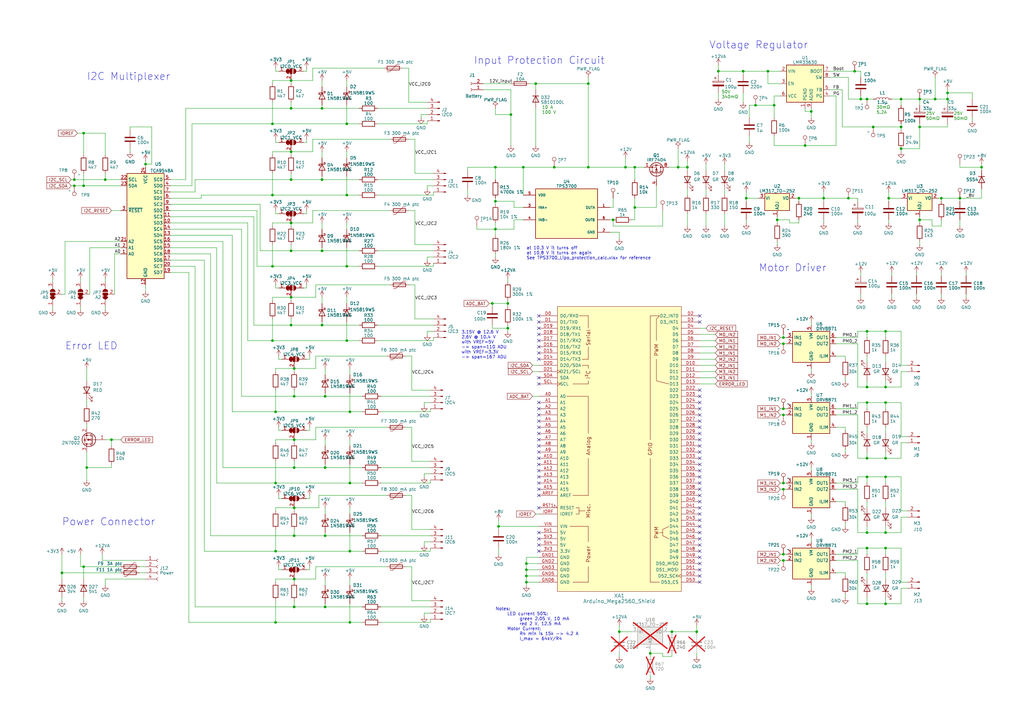
<source format=kicad_sch>
(kicad_sch (version 20230121) (generator eeschema)
  (paper "A3")
  (title_block (title "RoCCI Shield") (date "2023-07-29") (rev "1.0") (company "RoCCI e.V."))
  (junction (at 208.28 134.62))
  (junction (at 30.48 76.2))
  (junction (at 208.28 124.46))
  (junction (at 120.65 219.71))
  (junction (at 113.03 198.12))
  (junction (at 143.51 226.06))
  (junction (at 120.65 248.92))
  (junction (at 203.2 93.98))
  (junction (at 321.31 170.18))
  (junction (at 314.96 29.21))
  (junction (at 260.35 68.58))
  (junction (at 294.64 29.21))
  (junction (at 355.6 165.1))
  (junction (at 355.6 218.44))
  (junction (at 363.22 187.96))
  (junction (at 309.88 43.18))
  (junction (at 383.54 40.64))
  (junction (at 304.8 29.21))
  (junction (at 281.94 68.58))
  (junction (at 120.65 151.13))
  (junction (at 119.38 121.92))
  (junction (at 143.51 255.27))
  (junction (at 332.74 45.72))
  (junction (at 219.71 34.29))
  (junction (at 321.31 198.12))
  (junction (at 111.76 80.01))
  (junction (at 363.22 195.58))
  (junction (at 203.2 68.58))
  (junction (at 393.7 81.28))
  (junction (at 355.6 247.65))
  (junction (at 321.31 229.87))
  (junction (at 227.33 68.58))
  (junction (at 120.65 162.56))
  (junction (at 317.5 43.18))
  (junction (at 275.59 259.08))
  (junction (at 364.49 81.28))
  (junction (at 142.24 139.7))
  (junction (at 120.65 191.77))
  (junction (at 388.62 38.1))
  (junction (at 347.98 81.28))
  (junction (at 133.35 219.71))
  (junction (at 355.6 224.79))
  (junction (at 358.14 52.07))
  (junction (at 306.07 81.28))
  (junction (at 241.3 34.29))
  (junction (at 350.52 29.21))
  (junction (at 386.08 81.28))
  (junction (at 204.47 215.9))
  (junction (at 120.65 180.34))
  (junction (at 369.57 40.64))
  (junction (at 355.6 187.96))
  (junction (at 113.03 226.06))
  (junction (at 132.08 133.35))
  (junction (at 327.66 81.28))
  (junction (at 43.18 73.66))
  (junction (at 377.19 90.17))
  (junction (at 209.55 46.99))
  (junction (at 35.56 191.77))
  (junction (at 215.9 233.68))
  (junction (at 119.38 133.35))
  (junction (at 142.24 50.8))
  (junction (at 113.03 168.91))
  (junction (at 25.4 234.95))
  (junction (at 355.6 158.75))
  (junction (at 45.72 180.34))
  (junction (at 388.62 40.64))
  (junction (at 132.08 44.45))
  (junction (at 353.06 40.64))
  (junction (at 34.29 232.41))
  (junction (at 363.22 224.79))
  (junction (at 34.29 54.61))
  (junction (at 266.7 267.97))
  (junction (at 203.2 82.55))
  (junction (at 143.51 198.12))
  (junction (at 251.46 90.17))
  (junction (at 111.76 109.22))
  (junction (at 120.65 237.49))
  (junction (at 254 259.08))
  (junction (at 133.35 191.77))
  (junction (at 215.9 236.22))
  (junction (at 241.3 68.58))
  (junction (at 369.57 52.07))
  (junction (at 363.22 218.44))
  (junction (at 321.31 200.66))
  (junction (at 215.9 238.76))
  (junction (at 119.38 44.45))
  (junction (at 285.75 259.08))
  (junction (at 119.38 62.23))
  (junction (at 321.31 140.97))
  (junction (at 119.38 91.44))
  (junction (at 377.19 52.07))
  (junction (at 59.69 67.31))
  (junction (at 256.54 68.58))
  (junction (at 321.31 167.64))
  (junction (at 132.08 73.66))
  (junction (at 355.6 195.58))
  (junction (at 215.9 231.14))
  (junction (at 355.6 135.89))
  (junction (at 143.51 168.91))
  (junction (at 377.19 40.64))
  (junction (at 201.93 124.46))
  (junction (at 111.76 139.7))
  (junction (at 321.31 138.43))
  (junction (at 133.35 248.92))
  (junction (at 119.38 102.87))
  (junction (at 111.76 50.8))
  (junction (at 278.13 68.58))
  (junction (at 363.22 247.65))
  (junction (at 119.38 73.66))
  (junction (at 133.35 162.56))
  (junction (at 330.2 59.69))
  (junction (at 321.31 227.33))
  (junction (at 363.22 165.1))
  (junction (at 142.24 109.22))
  (junction (at 34.29 76.2))
  (junction (at 119.38 33.02))
  (junction (at 132.08 102.87))
  (junction (at 369.57 60.96))
  (junction (at 113.03 255.27))
  (junction (at 260.35 85.09))
  (junction (at 318.77 90.17))
  (junction (at 363.22 158.75))
  (junction (at 30.48 73.66))
  (junction (at 363.22 135.89))
  (junction (at 337.82 81.28))
  (junction (at 120.65 208.28))
  (junction (at 214.63 68.58))
  (junction (at 402.59 68.58))
  (junction (at 142.24 80.01))
  (junction (at 355.6 40.64))
  (no_connect (at 287.02 236.22))
  (no_connect (at 220.98 198.12))
  (no_connect (at 220.98 200.66))
  (no_connect (at 287.02 165.1))
  (no_connect (at 220.98 220.98))
  (no_connect (at 220.98 172.72))
  (no_connect (at 287.02 190.5))
  (no_connect (at 287.02 172.72))
  (no_connect (at 287.02 203.2))
  (no_connect (at 220.98 226.06))
  (no_connect (at 287.02 213.36))
  (no_connect (at 220.98 195.58))
  (no_connect (at 220.98 129.54))
  (no_connect (at 287.02 167.64))
  (no_connect (at 287.02 180.34))
  (no_connect (at 287.02 185.42))
  (no_connect (at 220.98 193.04))
  (no_connect (at 287.02 200.66))
  (no_connect (at 287.02 238.76))
  (no_connect (at 287.02 210.82))
  (no_connect (at 220.98 187.96))
  (no_connect (at 220.98 144.78))
  (no_connect (at 220.98 157.48))
  (no_connect (at 287.02 187.96))
  (no_connect (at 287.02 226.06))
  (no_connect (at 220.98 134.62))
  (no_connect (at 220.98 190.5))
  (no_connect (at 220.98 142.24))
  (no_connect (at 220.98 203.2))
  (no_connect (at 287.02 223.52))
  (no_connect (at 287.02 182.88))
  (no_connect (at 220.98 165.1))
  (no_connect (at 287.02 208.28))
  (no_connect (at 220.98 167.64))
  (no_connect (at 287.02 177.8))
  (no_connect (at 287.02 162.56))
  (no_connect (at 220.98 139.7))
  (no_connect (at 220.98 170.18))
  (no_connect (at 287.02 193.04))
  (no_connect (at 220.98 132.08))
  (no_connect (at 220.98 177.8))
  (no_connect (at 220.98 185.42))
  (no_connect (at 220.98 147.32))
  (no_connect (at 287.02 129.54))
  (no_connect (at 287.02 175.26))
  (no_connect (at 220.98 218.44))
  (no_connect (at 220.98 182.88))
  (no_connect (at 287.02 195.58))
  (no_connect (at 287.02 132.08))
  (no_connect (at 287.02 160.02))
  (no_connect (at 287.02 228.6))
  (no_connect (at 287.02 218.44))
  (no_connect (at 220.98 208.28))
  (no_connect (at 220.98 154.94))
  (no_connect (at 287.02 231.14))
  (no_connect (at 220.98 137.16))
  (no_connect (at 287.02 220.98))
  (no_connect (at 287.02 198.12))
  (no_connect (at 220.98 175.26))
  (no_connect (at 287.02 170.18))
  (no_connect (at 220.98 223.52))
  (no_connect (at 287.02 233.68))
  (no_connect (at 220.98 180.34))
  (no_connect (at 287.02 215.9))
  (no_connect (at 287.02 205.74))
  (wire (pts (xy 53.34 52.07) (xy 53.34 53.34)))
  (wire (pts (xy 388.62 50.8) (xy 388.62 52.07)))
  (wire (pts (xy 43.18 240.03) (xy 43.18 237.49)))
  (wire (pts (xy 143.51 161.29) (xy 143.51 168.91)))
  (wire (pts (xy 198.12 36.83) (xy 209.55 36.83)))
  (wire (pts (xy 128.27 62.23) (xy 119.38 62.23)))
  (wire (pts (xy 287.02 147.32) (xy 293.37 147.32)))
  (wire (pts (xy 369.57 209.55) (xy 369.57 195.58)))
  (wire (pts (xy 132.08 133.35) (xy 132.08 132.08)))
  (wire (pts (xy 355.6 205.74) (xy 355.6 208.28)))
  (wire (pts (xy 396.24 120.65) (xy 396.24 121.92)))
  (wire (pts (xy 393.7 90.17) (xy 393.7 92.71)))
  (wire (pts (xy 220.98 228.6) (xy 215.9 228.6)))
  (wire (pts (xy 113.03 58.42) (xy 113.03 57.15)))
  (wire (pts (xy 287.02 157.48) (xy 293.37 157.48)))
  (wire (pts (xy 119.38 133.35) (xy 119.38 130.81)))
  (wire (pts (xy 363.22 195.58) (xy 363.22 198.12)))
  (wire (pts (xy 45.72 191.77) (xy 45.72 190.5)))
  (wire (pts (xy 355.6 215.9) (xy 355.6 218.44)))
  (wire (pts (xy 133.35 180.34) (xy 133.35 182.88)))
  (wire (pts (xy 120.65 248.92) (xy 120.65 246.38)))
  (wire (pts (xy 86.36 104.14) (xy 69.85 104.14)))
  (wire (pts (xy 203.2 44.45) (xy 203.2 46.99)))
  (wire (pts (xy 114.3 58.42) (xy 113.03 58.42)))
  (wire (pts (xy 386.08 81.28) (xy 393.7 81.28)))
  (wire (pts (xy 369.57 60.96) (xy 369.57 62.23)))
  (wire (pts (xy 342.9 175.26) (xy 346.71 175.26)))
  (wire (pts (xy 170.18 116.84) (xy 167.64 116.84)))
  (wire (pts (xy 275.59 259.08) (xy 285.75 259.08)))
  (wire (pts (xy 351.79 195.58) (xy 351.79 198.12)))
  (wire (pts (xy 355.6 195.58) (xy 351.79 195.58)))
  (wire (pts (xy 111.76 121.92) (xy 111.76 123.19)))
  (wire (pts (xy 177.8 100.33) (xy 170.18 100.33)))
  (wire (pts (xy 363.22 135.89) (xy 363.22 138.43)))
  (wire (pts (xy 201.93 124.46) (xy 208.28 124.46)))
  (wire (pts (xy 113.03 151.13) (xy 113.03 152.4)))
  (wire (pts (xy 173.99 251.46) (xy 176.53 251.46)))
  (wire (pts (xy 355.6 218.44) (xy 363.22 218.44)))
  (wire (pts (xy 254 267.97) (xy 254 269.24)))
  (wire (pts (xy 132.08 33.02) (xy 132.08 35.56)))
  (wire (pts (xy 275.59 260.35) (xy 275.59 259.08)))
  (wire (pts (xy 317.5 39.37) (xy 317.5 43.18)))
  (wire (pts (xy 355.6 156.21) (xy 355.6 158.75)))
  (wire (pts (xy 402.59 81.28) (xy 402.59 77.47)))
  (wire (pts (xy 201.93 134.62) (xy 201.93 133.35)))
  (wire (pts (xy 398.78 40.64) (xy 398.78 38.1)))
  (wire (pts (xy 355.6 234.95) (xy 355.6 237.49)))
  (wire (pts (xy 320.04 170.18) (xy 321.31 170.18)))
  (wire (pts (xy 176.53 217.17) (xy 168.91 217.17)))
  (wire (pts (xy 119.38 121.92) (xy 111.76 121.92)))
  (wire (pts (xy 287.02 137.16) (xy 293.37 137.16)))
  (wire (pts (xy 43.18 125.73) (xy 43.18 127)))
  (wire (pts (xy 34.29 71.12) (xy 34.29 76.2)))
  (wire (pts (xy 120.65 191.77) (xy 91.44 191.77)))
  (wire (pts (xy 43.18 180.34) (xy 45.72 180.34)))
  (wire (pts (xy 142.24 50.8) (xy 147.32 50.8)))
  (wire (pts (xy 132.08 44.45) (xy 119.38 44.45)))
  (wire (pts (xy 281.94 68.58) (xy 281.94 69.85)))
  (wire (pts (xy 321.31 138.43) (xy 322.58 138.43)))
  (wire (pts (xy 168.91 232.41) (xy 166.37 232.41)))
  (wire (pts (xy 318.77 99.06) (xy 318.77 100.33)))
  (wire (pts (xy 30.48 76.2) (xy 34.29 76.2)))
  (wire (pts (xy 377.19 60.96) (xy 377.19 52.07)))
  (wire (pts (xy 111.76 33.02) (xy 111.76 34.29)))
  (wire (pts (xy 143.51 255.27) (xy 113.03 255.27)))
  (wire (pts (xy 143.51 190.5) (xy 143.51 198.12)))
  (wire (pts (xy 35.56 156.21) (xy 35.56 151.13)))
  (wire (pts (xy 173.99 223.52) (xy 173.99 222.25)))
  (wire (pts (xy 77.47 111.76) (xy 69.85 111.76)))
  (wire (pts (xy 170.18 86.36) (xy 170.18 100.33)))
  (wire (pts (xy 220.98 215.9) (xy 204.47 215.9)))
  (wire (pts (xy 62.23 67.31) (xy 62.23 52.07)))
  (wire (pts (xy 340.36 29.21) (xy 350.52 29.21)))
  (wire (pts (xy 35.56 185.42) (xy 35.56 191.77)))
  (wire (pts (xy 314.96 29.21) (xy 320.04 29.21)))
  (wire (pts (xy 173.99 166.37) (xy 173.99 165.1)))
  (wire (pts (xy 142.24 139.7) (xy 147.32 139.7)))
  (wire (pts (xy 59.69 66.04) (xy 59.69 67.31)))
  (wire (pts (xy 321.31 140.97) (xy 322.58 140.97)))
  (wire (pts (xy 154.94 102.87) (xy 177.8 102.87)))
  (wire (pts (xy 132.08 121.92) (xy 132.08 124.46)))
  (wire (pts (xy 275.59 269.24) (xy 271.78 269.24)))
  (wire (pts (xy 274.32 68.58) (xy 278.13 68.58)))
  (wire (pts (xy 133.35 151.13) (xy 133.35 153.67)))
  (wire (pts (xy 289.56 77.47) (xy 289.56 80.01)))
  (wire (pts (xy 369.57 179.07) (xy 372.11 179.07)))
  (wire (pts (xy 128.27 86.36) (xy 128.27 91.44)))
  (wire (pts (xy 297.18 77.47) (xy 297.18 80.01)))
  (wire (pts (xy 95.25 96.52) (xy 95.25 168.91)))
  (wire (pts (xy 209.55 46.99) (xy 209.55 59.69)))
  (wire (pts (xy 129.54 121.92) (xy 119.38 121.92)))
  (wire (pts (xy 342.9 234.95) (xy 346.71 234.95)))
  (wire (pts (xy 365.76 40.64) (xy 369.57 40.64)))
  (wire (pts (xy 251.46 85.09) (xy 251.46 81.28)))
  (wire (pts (xy 133.35 208.28) (xy 133.35 210.82)))
  (wire (pts (xy 260.35 68.58) (xy 256.54 68.58)))
  (wire (pts (xy 306.07 90.17) (xy 306.07 91.44)))
  (wire (pts (xy 203.2 73.66) (xy 203.2 68.58)))
  (wire (pts (xy 156.21 162.56) (xy 176.53 162.56)))
  (wire (pts (xy 59.69 67.31) (xy 59.69 68.58)))
  (wire (pts (xy 355.6 158.75) (xy 351.79 158.75)))
  (wire (pts (xy 34.29 54.61) (xy 34.29 63.5)))
  (wire (pts (xy 297.18 69.85) (xy 297.18 67.31)))
  (wire (pts (xy 297.18 87.63) (xy 297.18 92.71)))
  (wire (pts (xy 33.02 125.73) (xy 33.02 127)))
  (wire (pts (xy 251.46 92.71) (xy 271.78 92.71)))
  (wire (pts (xy 46.99 120.65) (xy 46.99 104.14)))
  (wire (pts (xy 215.9 236.22) (xy 215.9 238.76)))
  (wire (pts (xy 250.19 95.25) (xy 254 95.25)))
  (wire (pts (xy 36.83 120.65) (xy 36.83 101.6)))
  (wire (pts (xy 388.62 40.64) (xy 383.54 40.64)))
  (wire (pts (xy 128.27 33.02) (xy 119.38 33.02)))
  (wire (pts (xy 320.04 140.97) (xy 321.31 140.97)))
  (wire (pts (xy 317.5 43.18) (xy 317.5 48.26)))
  (wire (pts (xy 275.59 259.08) (xy 274.32 259.08)))
  (wire (pts (xy 114.3 29.21) (xy 113.03 29.21)))
  (wire (pts (xy 69.85 91.44) (xy 101.6 91.44)))
  (wire (pts (xy 203.2 82.55) (xy 210.82 82.55)))
  (wire (pts (xy 91.44 191.77) (xy 91.44 99.06)))
  (wire (pts (xy 327.66 81.28) (xy 326.39 81.28)))
  (wire (pts (xy 69.85 78.74) (xy 80.01 78.74)))
  (wire (pts (xy 201.93 124.46) (xy 201.93 125.73)))
  (wire (pts (xy 133.35 162.56) (xy 120.65 162.56)))
  (wire (pts (xy 33.02 114.3) (xy 33.02 115.57)))
  (wire (pts (xy 43.18 114.3) (xy 43.18 115.57)))
  (wire (pts (xy 83.82 226.06) (xy 83.82 106.68)))
  (wire (pts (xy 80.01 109.22) (xy 80.01 248.92)))
  (wire (pts (xy 351.79 81.28) (xy 351.79 82.55)))
  (wire (pts (xy 156.21 219.71) (xy 176.53 219.71)))
  (wire (pts (xy 351.79 135.89) (xy 351.79 138.43)))
  (wire (pts (xy 321.31 170.18) (xy 322.58 170.18)))
  (wire (pts (xy 275.59 267.97) (xy 275.59 269.24)))
  (wire (pts (xy 45.72 86.36) (xy 49.53 86.36)))
  (wire (pts (xy 25.4 234.95) (xy 25.4 227.33)))
  (wire (pts (xy 358.14 52.07) (xy 369.57 52.07)))
  (wire (pts (xy 256.54 64.77) (xy 256.54 68.58)))
  (wire (pts (xy 34.29 76.2) (xy 49.53 76.2)))
  (wire (pts (xy 386.08 111.76) (xy 386.08 113.03)))
  (wire (pts (xy 304.8 30.48) (xy 304.8 29.21)))
  (wire (pts (xy 289.56 134.62) (xy 287.02 134.62)))
  (wire (pts (xy 142.24 33.02) (xy 142.24 35.56)))
  (wire (pts (xy 143.51 180.34) (xy 143.51 182.88)))
  (wire (pts (xy 363.22 165.1) (xy 369.57 165.1)))
  (wire (pts (xy 167.64 27.94) (xy 165.1 27.94)))
  (wire (pts (xy 398.78 48.26) (xy 398.78 49.53)))
  (wire (pts (xy 129.54 180.34) (xy 120.65 180.34)))
  (wire (pts (xy 219.71 34.29) (xy 241.3 34.29)))
  (wire (pts (xy 386.08 90.17) (xy 386.08 92.71)))
  (wire (pts (xy 287.02 142.24) (xy 293.37 142.24)))
  (wire (pts (xy 132.08 133.35) (xy 119.38 133.35)))
  (wire (pts (xy 289.56 69.85) (xy 289.56 67.31)))
  (wire (pts (xy 363.22 224.79) (xy 363.22 227.33)))
  (wire (pts (xy 35.56 191.77) (xy 35.56 196.85)))
  (wire (pts (xy 219.71 44.45) (xy 219.71 59.69)))
  (wire (pts (xy 332.74 240.03) (xy 332.74 241.3)))
  (wire (pts (xy 218.44 152.4) (xy 220.98 152.4)))
  (wire (pts (xy 34.29 54.61) (xy 31.75 54.61)))
  (wire (pts (xy 365.76 111.76) (xy 365.76 113.03)))
  (wire (pts (xy 351.79 247.65) (xy 351.79 229.87)))
  (wire (pts (xy 332.74 132.08) (xy 332.74 133.35)))
  (wire (pts (xy 260.35 81.28) (xy 260.35 85.09)))
  (wire (pts (xy 332.74 210.82) (xy 332.74 212.09)))
  (wire (pts (xy 142.24 62.23) (xy 142.24 64.77)))
  (wire (pts (xy 77.47 255.27) (xy 77.47 111.76)))
  (wire (pts (xy 355.6 185.42) (xy 355.6 187.96)))
  (wire (pts (xy 113.03 180.34) (xy 113.03 181.61)))
  (wire (pts (xy 215.9 238.76) (xy 220.98 238.76)))
  (wire (pts (xy 350.52 29.21) (xy 353.06 29.21)))
  (wire (pts (xy 220.98 236.22) (xy 215.9 236.22)))
  (wire (pts (xy 346.71 205.74) (xy 346.71 207.01)))
  (wire (pts (xy 143.51 226.06) (xy 113.03 226.06)))
  (wire (pts (xy 129.54 146.05) (xy 129.54 151.13)))
  (wire (pts (xy 218.44 149.86) (xy 220.98 149.86)))
  (wire (pts (xy 177.8 109.22) (xy 177.8 107.95)))
  (wire (pts (xy 287.02 152.4) (xy 293.37 152.4)))
  (wire (pts (xy 388.62 52.07) (xy 377.19 52.07)))
  (wire (pts (xy 175.26 137.16) (xy 175.26 135.89)))
  (wire (pts (xy 227.33 68.58) (xy 241.3 68.58)))
  (wire (pts (xy 130.81 208.28) (xy 120.65 208.28)))
  (wire (pts (xy 321.31 200.66) (xy 322.58 200.66)))
  (wire (pts (xy 113.03 226.06) (xy 113.03 217.17)))
  (wire (pts (xy 281.94 77.47) (xy 281.94 80.01)))
  (wire (pts (xy 176.53 160.02) (xy 168.91 160.02)))
  (wire (pts (xy 269.24 76.2) (xy 269.24 85.09)))
  (wire (pts (xy 203.2 104.14) (xy 203.2 105.41)))
  (wire (pts (xy 214.63 90.17) (xy 210.82 90.17)))
  (wire (pts (xy 26.67 120.65) (xy 26.67 99.06)))
  (wire (pts (xy 363.22 218.44) (xy 369.57 218.44)))
  (wire (pts (xy 128.27 91.44) (xy 119.38 91.44)))
  (wire (pts (xy 346.71 214.63) (xy 346.71 215.9)))
  (wire (pts (xy 386.08 92.71) (xy 382.27 92.71)))
  (wire (pts (xy 208.28 133.35) (xy 208.28 134.62)))
  (wire (pts (xy 191.77 80.01) (xy 191.77 77.47)))
  (wire (pts (xy 332.74 45.72) (xy 332.74 48.26)))
  (wire (pts (xy 346.71 184.15) (xy 346.71 185.42)))
  (wire (pts (xy 220.98 233.68) (xy 215.9 233.68)))
  (wire (pts (xy 200.66 124.46) (xy 201.93 124.46)))
  (wire (pts (xy 142.24 132.08) (xy 142.24 139.7)))
  (wire (pts (xy 105.41 86.36) (xy 69.85 86.36)))
  (wire (pts (xy 115.57 147.32) (xy 114.3 147.32)))
  (wire (pts (xy 143.51 198.12) (xy 148.59 198.12)))
  (wire (pts (xy 219.71 210.82) (xy 220.98 210.82)))
  (wire (pts (xy 351.79 90.17) (xy 351.79 91.44)))
  (wire (pts (xy 113.03 87.63) (xy 113.03 86.36)))
  (wire (pts (xy 176.53 168.91) (xy 176.53 167.64)))
  (wire (pts (xy 351.79 227.33) (xy 342.9 227.33)))
  (wire (pts (xy 120.65 151.13) (xy 120.65 152.4)))
  (wire (pts (xy 355.6 165.1) (xy 351.79 165.1)))
  (wire (pts (xy 76.2 44.45) (xy 119.38 44.45)))
  (wire (pts (xy 129.54 237.49) (xy 120.65 237.49)))
  (wire (pts (xy 355.6 40.64) (xy 358.14 40.64)))
  (wire (pts (xy 69.85 101.6) (xy 88.9 101.6)))
  (wire (pts (xy 142.24 50.8) (xy 111.76 50.8)))
  (wire (pts (xy 330.2 59.69) (xy 342.9 59.69)))
  (wire (pts (xy 104.14 133.35) (xy 104.14 88.9)))
  (wire (pts (xy 191.77 68.58) (xy 203.2 68.58)))
  (wire (pts (xy 278.13 68.58) (xy 281.94 68.58)))
  (wire (pts (xy 332.74 191.77) (xy 332.74 193.04)))
  (wire (pts (xy 175.26 135.89) (xy 177.8 135.89)))
  (wire (pts (xy 156.21 168.91) (xy 176.53 168.91)))
  (wire (pts (xy 285.75 259.08) (xy 285.75 256.54)))
  (wire (pts (xy 330.2 44.45) (xy 330.2 45.72)))
  (wire (pts (xy 327.66 82.55) (xy 327.66 81.28)))
  (wire (pts (xy 214.63 68.58) (xy 214.63 80.01)))
  (wire (pts (xy 129.54 175.26) (xy 129.54 180.34)))
  (wire (pts (xy 80.01 73.66) (xy 119.38 73.66)))
  (wire (pts (xy 113.03 255.27) (xy 113.03 246.38)))
  (wire (pts (xy 369.57 212.09) (xy 372.11 212.09)))
  (wire (pts (xy 125.73 147.32) (xy 127 147.32)))
  (wire (pts (xy 203.2 93.98) (xy 203.2 96.52)))
  (wire (pts (xy 168.91 175.26) (xy 166.37 175.26)))
  (wire (pts (xy 363.22 187.96) (xy 369.57 187.96)))
  (wire (pts (xy 353.06 120.65) (xy 353.06 121.92)))
  (wire (pts (xy 215.9 233.68) (xy 215.9 236.22)))
  (wire (pts (xy 208.28 124.46) (xy 208.28 125.73)))
  (wire (pts (xy 173.99 222.25) (xy 176.53 222.25)))
  (wire (pts (xy 369.57 179.07) (xy 369.57 165.1)))
  (wire (pts (xy 114.3 176.53) (xy 114.3 175.26)))
  (wire (pts (xy 41.91 227.33) (xy 41.91 229.87)))
  (wire (pts (xy 175.26 50.8) (xy 175.26 49.53)))
  (wire (pts (xy 327.66 90.17) (xy 327.66 91.44)))
  (wire (pts (xy 346.71 154.94) (xy 346.71 156.21)))
  (wire (pts (xy 133.35 248.92) (xy 120.65 248.92)))
  (wire (pts (xy 364.49 90.17) (xy 364.49 91.44)))
  (wire (pts (xy 210.82 93.98) (xy 203.2 93.98)))
  (wire (pts (xy 355.6 245.11) (xy 355.6 247.65)))
  (wire (pts (xy 125.73 176.53) (xy 127 176.53)))
  (wire (pts (xy 177.8 139.7) (xy 177.8 138.43)))
  (wire (pts (xy 156.21 226.06) (xy 176.53 226.06)))
  (wire (pts (xy 143.51 237.49) (xy 143.51 240.03)))
  (wire (pts (xy 294.64 29.21) (xy 304.8 29.21)))
  (wire (pts (xy 285.75 259.08) (xy 285.75 260.35)))
  (wire (pts (xy 363.22 185.42) (xy 363.22 187.96)))
  (wire (pts (xy 351.79 140.97) (xy 342.9 140.97)))
  (wire (pts (xy 369.57 209.55) (xy 372.11 209.55)))
  (wire (pts (xy 402.59 68.58) (xy 402.59 67.31)))
  (wire (pts (xy 142.24 80.01) (xy 111.76 80.01)))
  (wire (pts (xy 353.06 40.64) (xy 355.6 40.64)))
  (wire (pts (xy 287.02 139.7) (xy 293.37 139.7)))
  (wire (pts (xy 160.02 57.15) (xy 128.27 57.15)))
  (wire (pts (xy 78.74 50.8) (xy 111.76 50.8)))
  (wire (pts (xy 49.53 232.41) (xy 34.29 232.41)))
  (wire (pts (xy 307.34 43.18) (xy 309.88 43.18)))
  (wire (pts (xy 377.19 99.06) (xy 377.19 100.33)))
  (wire (pts (xy 168.91 203.2) (xy 168.91 217.17)))
  (wire (pts (xy 340.36 36.83) (xy 345.44 36.83)))
  (wire (pts (xy 203.2 82.55) (xy 203.2 83.82)))
  (wire (pts (xy 351.79 158.75) (xy 351.79 140.97)))
  (wire (pts (xy 353.06 111.76) (xy 353.06 113.03)))
  (wire (pts (xy 69.85 81.28) (xy 82.55 81.28)))
  (wire (pts (xy 143.51 247.65) (xy 143.51 255.27)))
  (wire (pts (xy 132.08 91.44) (xy 132.08 93.98)))
  (wire (pts (xy 287.02 144.78) (xy 293.37 144.78)))
  (wire (pts (xy 133.35 191.77) (xy 120.65 191.77)))
  (wire (pts (xy 45.72 180.34) (xy 45.72 182.88)))
  (wire (pts (xy 307.34 55.88) (xy 307.34 58.42)))
  (wire (pts (xy 355.6 158.75) (xy 363.22 158.75)))
  (wire (pts (xy 120.65 219.71) (xy 86.36 219.71)))
  (wire (pts (xy 132.08 62.23) (xy 132.08 64.77)))
  (wire (pts (xy 203.2 91.44) (xy 203.2 93.98)))
  (wire (pts (xy 323.85 91.44) (xy 323.85 90.17)))
  (wire (pts (xy 254 259.08) (xy 254 260.35)))
  (wire (pts (xy 76.2 73.66) (xy 76.2 44.45)))
  (wire (pts (xy 43.18 73.66) (xy 49.53 73.66)))
  (wire (pts (xy 120.65 180.34) (xy 120.65 181.61)))
  (wire (pts (xy 35.56 163.83) (xy 35.56 166.37)))
  (wire (pts (xy 132.08 102.87) (xy 132.08 101.6)))
  (wire (pts (xy 33.02 232.41) (xy 33.02 227.33)))
  (wire (pts (xy 369.57 238.76) (xy 369.57 224.79)))
  (wire (pts (xy 119.38 44.45) (xy 119.38 41.91)))
  (wire (pts (xy 133.35 219.71) (xy 133.35 218.44)))
  (wire (pts (xy 176.53 198.12) (xy 176.53 196.85)))
  (wire (pts (xy 377.19 52.07) (xy 377.19 50.8)))
  (wire (pts (xy 132.08 133.35) (xy 147.32 133.35)))
  (wire (pts (xy 355.6 135.89) (xy 351.79 135.89)))
  (wire (pts (xy 128.27 57.15) (xy 128.27 62.23)))
  (wire (pts (xy 210.82 90.17) (xy 210.82 93.98)))
  (wire (pts (xy 125.73 118.11) (xy 125.73 116.84)))
  (wire (pts (xy 142.24 109.22) (xy 111.76 109.22)))
  (wire (pts (xy 254 259.08) (xy 254 256.54)))
  (wire (pts (xy 363.22 165.1) (xy 355.6 165.1)))
  (wire (pts (xy 346.71 146.05) (xy 346.71 147.32)))
  (wire (pts (xy 402.59 69.85) (xy 402.59 68.58)))
  (wire (pts (xy 158.75 175.26) (xy 129.54 175.26)))
  (wire (pts (xy 76.2 73.66) (xy 69.85 73.66)))
  (wire (pts (xy 142.24 72.39) (xy 142.24 80.01)))
  (wire (pts (xy 320.04 200.66) (xy 321.31 200.66)))
  (wire (pts (xy 119.38 62.23) (xy 111.76 62.23)))
  (wire (pts (xy 133.35 219.71) (xy 120.65 219.71)))
  (wire (pts (xy 241.3 31.75) (xy 241.3 34.29)))
  (wire (pts (xy 347.98 81.28) (xy 351.79 81.28)))
  (wire (pts (xy 377.19 43.18) (xy 377.19 40.64)))
  (wire (pts (xy 35.56 191.77) (xy 45.72 191.77)))
  (wire (pts (xy 113.03 255.27) (xy 77.47 255.27)))
  (wire (pts (xy 191.77 69.85) (xy 191.77 68.58)))
  (wire (pts (xy 363.22 165.1) (xy 363.22 167.64)))
  (wire (pts (xy 175.26 77.47) (xy 175.26 76.2)))
  (wire (pts (xy 355.6 187.96) (xy 351.79 187.96)))
  (wire (pts (xy 132.08 102.87) (xy 147.32 102.87)))
  (wire (pts (xy 177.8 130.81) (xy 170.18 130.81)))
  (wire (pts (xy 43.18 71.12) (xy 43.18 73.66)))
  (wire (pts (xy 127 176.53) (xy 127 175.26)))
  (wire (pts (xy 130.81 203.2) (xy 130.81 208.28)))
  (wire (pts (xy 132.08 44.45) (xy 147.32 44.45)))
  (wire (pts (xy 127 233.68) (xy 127 232.41)))
  (wire (pts (xy 133.35 162.56) (xy 148.59 162.56)))
  (wire (pts (xy 369.57 158.75) (xy 369.57 152.4)))
  (wire (pts (xy 173.99 195.58) (xy 173.99 194.31)))
  (wire (pts (xy 111.76 139.7) (xy 111.76 130.81)))
  (wire (pts (xy 369.57 187.96) (xy 369.57 181.61)))
  (wire (pts (xy 59.69 67.31) (xy 62.23 67.31)))
  (wire (pts (xy 170.18 57.15) (xy 170.18 71.12)))
  (wire (pts (xy 129.54 151.13) (xy 120.65 151.13)))
  (wire (pts (xy 125.73 87.63) (xy 125.73 86.36)))
  (wire (pts (xy 375.92 120.65) (xy 375.92 121.92)))
  (wire (pts (xy 25.4 245.11) (xy 25.4 246.38)))
  (wire (pts (xy 132.08 73.66) (xy 119.38 73.66)))
  (wire (pts (xy 363.22 247.65) (xy 369.57 247.65)))
  (wire (pts (xy 309.88 43.18) (xy 317.5 43.18)))
  (wire (pts (xy 173.99 252.73) (xy 173.99 251.46)))
  (wire (pts (xy 383.54 31.75) (xy 383.54 40.64)))
  (wire (pts (xy 175.26 106.68) (xy 175.26 105.41)))
  (wire (pts (xy 342.9 205.74) (xy 346.71 205.74)))
  (wire (pts (xy 160.02 86.36) (xy 128.27 86.36)))
  (wire (pts (xy 175.26 41.91) (xy 167.64 41.91)))
  (wire (pts (xy 220.98 231.14) (xy 215.9 231.14)))
  (wire (pts (xy 143.51 208.28) (xy 143.51 210.82)))
  (wire (pts (xy 78.74 76.2) (xy 78.74 50.8)))
  (wire (pts (xy 369.57 149.86) (xy 372.11 149.86)))
  (wire (pts (xy 347.98 31.75) (xy 340.36 31.75)))
  (wire (pts (xy 125.73 204.47) (xy 127 204.47)))
  (wire (pts (xy 287.02 154.94) (xy 293.37 154.94)))
  (wire (pts (xy 355.6 247.65) (xy 351.79 247.65)))
  (wire (pts (xy 259.08 259.08) (xy 254 259.08)))
  (wire (pts (xy 34.29 232.41) (xy 33.02 232.41)))
  (wire (pts (xy 177.8 71.12) (xy 170.18 71.12)))
  (wire (pts (xy 173.99 165.1) (xy 176.53 165.1)))
  (wire (pts (xy 69.85 109.22) (xy 80.01 109.22)))
  (wire (pts (xy 29.21 73.66) (xy 30.48 73.66)))
  (wire (pts (xy 365.76 120.65) (xy 365.76 121.92)))
  (wire (pts (xy 114.3 204.47) (xy 114.3 203.2)))
  (wire (pts (xy 106.68 102.87) (xy 106.68 83.82)))
  (wire (pts (xy 43.18 237.49) (xy 59.69 237.49)))
  (wire (pts (xy 113.03 118.11) (xy 113.03 116.84)))
  (wire (pts (xy 114.3 147.32) (xy 114.3 146.05)))
  (wire (pts (xy 337.82 81.28) (xy 337.82 78.74)))
  (wire (pts (xy 104.14 133.35) (xy 119.38 133.35)))
  (wire (pts (xy 35.56 173.99) (xy 35.56 175.26)))
  (wire (pts (xy 101.6 139.7) (xy 111.76 139.7)))
  (wire (pts (xy 156.21 191.77) (xy 176.53 191.77)))
  (wire (pts (xy 369.57 149.86) (xy 369.57 135.89)))
  (wire (pts (xy 393.7 68.58) (xy 393.7 67.31)))
  (wire (pts (xy 294.64 38.1) (xy 294.64 40.64)))
  (wire (pts (xy 355.6 247.65) (xy 363.22 247.65)))
  (wire (pts (xy 170.18 86.36) (xy 167.64 86.36)))
  (wire (pts (xy 218.44 162.56) (xy 220.98 162.56)))
  (wire (pts (xy 306.07 81.28) (xy 306.07 78.74)))
  (wire (pts (xy 294.64 30.48) (xy 294.64 29.21)))
  (wire (pts (xy 129.54 232.41) (xy 129.54 237.49)))
  (wire (pts (xy 369.57 52.07) (xy 369.57 53.34)))
  (wire (pts (xy 25.4 120.65) (xy 26.67 120.65)))
  (wire (pts (xy 271.78 269.24) (xy 271.78 267.97)))
  (wire (pts (xy 45.72 180.34) (xy 49.53 180.34)))
  (wire (pts (xy 271.78 86.36) (xy 271.78 92.71)))
  (wire (pts (xy 351.79 229.87) (xy 342.9 229.87)))
  (wire (pts (xy 29.21 76.2) (xy 30.48 76.2)))
  (wire (pts (xy 170.18 116.84) (xy 170.18 130.81)))
  (wire (pts (xy 321.31 167.64) (xy 322.58 167.64)))
  (wire (pts (xy 314.96 34.29) (xy 314.96 29.21)))
  (wire (pts (xy 34.29 245.11) (xy 34.29 246.38)))
  (wire (pts (xy 337.82 81.28) (xy 347.98 81.28)))
  (wire (pts (xy 168.91 146.05) (xy 168.91 160.02)))
  (wire (pts (xy 388.62 38.1) (xy 388.62 36.83)))
  (wire (pts (xy 43.18 54.61) (xy 43.18 63.5)))
  (wire (pts (xy 143.51 226.06) (xy 148.59 226.06)))
  (wire (pts (xy 133.35 237.49) (xy 133.35 240.03)))
  (wire (pts (xy 119.38 33.02) (xy 111.76 33.02)))
  (wire (pts (xy 355.6 135.89) (xy 355.6 138.43)))
  (wire (pts (xy 154.94 139.7) (xy 177.8 139.7)))
  (wire (pts (xy 198.12 34.29) (xy 209.55 34.29)))
  (wire (pts (xy 318.77 90.17) (xy 318.77 91.44)))
  (wire (pts (xy 154.94 44.45) (xy 175.26 44.45)))
  (wire (pts (xy 113.03 208.28) (xy 113.03 209.55)))
  (wire (pts (xy 307.34 48.26) (xy 307.34 43.18)))
  (wire (pts (xy 347.98 40.64) (xy 353.06 40.64)))
  (wire (pts (xy 311.15 81.28) (xy 306.07 81.28)))
  (wire (pts (xy 321.31 198.12) (xy 322.58 198.12)))
  (wire (pts (xy 382.27 92.71) (xy 382.27 90.17)))
  (wire (pts (xy 62.23 52.07) (xy 53.34 52.07)))
  (wire (pts (xy 294.64 26.67) (xy 294.64 29.21)))
  (wire (pts (xy 113.03 226.06) (xy 83.82 226.06)))
  (wire (pts (xy 402.59 68.58) (xy 393.7 68.58)))
  (wire (pts (xy 114.3 87.63) (xy 113.03 87.63)))
  (wire (pts (xy 260.35 73.66) (xy 260.35 68.58)))
  (wire (pts (xy 355.6 195.58) (xy 355.6 198.12)))
  (wire (pts (xy 114.3 233.68) (xy 114.3 232.41)))
  (wire (pts (xy 363.22 245.11) (xy 363.22 247.65)))
  (wire (pts (xy 351.79 187.96) (xy 351.79 170.18)))
  (wire (pts (xy 142.24 109.22) (xy 147.32 109.22)))
  (wire (pts (xy 386.08 81.28) (xy 386.08 82.55)))
  (wire (pts (xy 59.69 232.41) (xy 57.15 232.41)))
  (wire (pts (xy 129.54 116.84) (xy 129.54 121.92)))
  (wire (pts (xy 176.53 255.27) (xy 176.53 254)))
  (wire (pts (xy 386.08 120.65) (xy 386.08 121.92)))
  (wire (pts (xy 83.82 106.68) (xy 69.85 106.68)))
  (wire (pts (xy 254 95.25) (xy 254 97.79)))
  (wire (pts (xy 168.91 146.05) (xy 166.37 146.05)))
  (wire (pts (xy 158.75 203.2) (xy 130.81 203.2)))
  (wire (pts (xy 369.57 60.96) (xy 377.19 60.96)))
  (wire (pts (xy 314.96 29.21) (xy 304.8 29.21)))
  (wire (pts (xy 99.06 162.56) (xy 99.06 93.98)))
  (wire (pts (xy 355.6 165.1) (xy 355.6 167.64)))
  (wire (pts (xy 203.2 68.58) (xy 214.63 68.58)))
  (wire (pts (xy 353.06 29.21) (xy 353.06 31.75)))
  (wire (pts (xy 208.28 134.62) (xy 208.28 135.89)))
  (wire (pts (xy 115.57 176.53) (xy 114.3 176.53)))
  (wire (pts (xy 278.13 60.96) (xy 278.13 68.58)))
  (wire (pts (xy 125.73 233.68) (xy 127 233.68)))
  (wire (pts (xy 320.04 34.29) (xy 314.96 34.29)))
  (wire (pts (xy 363.22 156.21) (xy 363.22 158.75)))
  (wire (pts (xy 86.36 219.71) (xy 86.36 104.14)))
  (wire (pts (xy 323.85 90.17) (xy 318.77 90.17)))
  (wire (pts (xy 49.53 234.95) (xy 25.4 234.95)))
  (wire (pts (xy 332.74 161.29) (xy 332.74 162.56)))
  (wire (pts (xy 111.76 109.22) (xy 111.76 100.33)))
  (wire (pts (xy 21.59 125.73) (xy 21.59 127)))
  (wire (pts (xy 250.19 85.09) (xy 251.46 85.09)))
  (wire (pts (xy 143.51 168.91) (xy 148.59 168.91)))
  (wire (pts (xy 111.76 91.44) (xy 111.76 92.71)))
  (wire (pts (xy 266.7 267.97) (xy 266.7 269.24)))
  (wire (pts (xy 156.21 255.27) (xy 176.53 255.27)))
  (wire (pts (xy 133.35 191.77) (xy 133.35 190.5)))
  (wire (pts (xy 132.08 102.87) (xy 119.38 102.87)))
  (wire (pts (xy 133.35 162.56) (xy 133.35 161.29)))
  (wire (pts (xy 215.9 228.6) (xy 215.9 231.14)))
  (wire (pts (xy 120.65 191.77) (xy 120.65 189.23)))
  (wire (pts (xy 351.79 138.43) (xy 342.9 138.43)))
  (wire (pts (xy 241.3 34.29) (xy 241.3 68.58)))
  (wire (pts (xy 369.57 152.4) (xy 372.11 152.4)))
  (wire (pts (xy 203.2 46.99) (xy 209.55 46.99)))
  (wire (pts (xy 176.53 246.38) (xy 168.91 246.38)))
  (wire (pts (xy 101.6 91.44) (xy 101.6 139.7)))
  (wire (pts (xy 219.71 36.83) (xy 219.71 34.29)))
  (wire (pts (xy 351.79 200.66) (xy 342.9 200.66)))
  (wire (pts (xy 142.24 43.18) (xy 142.24 50.8)))
  (wire (pts (xy 346.71 234.95) (xy 346.71 236.22)))
  (wire (pts (xy 142.24 80.01) (xy 147.32 80.01)))
  (wire (pts (xy 168.91 203.2) (xy 166.37 203.2)))
  (wire (pts (xy 115.57 204.47) (xy 114.3 204.47)))
  (wire (pts (xy 120.65 208.28) (xy 113.03 208.28)))
  (wire (pts (xy 119.38 62.23) (xy 119.38 63.5)))
  (wire (pts (xy 320.04 198.12) (xy 321.31 198.12)))
  (wire (pts (xy 204.47 224.79) (xy 204.47 227.33)))
  (wire (pts (xy 351.79 224.79) (xy 351.79 227.33)))
  (wire (pts (xy 208.28 134.62) (xy 201.93 134.62)))
  (wire (pts (xy 214.63 68.58) (xy 227.33 68.58)))
  (wire (pts (xy 156.21 248.92) (xy 176.53 248.92)))
  (wire (pts (xy 59.69 116.84) (xy 59.69 119.38)))
  (wire (pts (xy 327.66 91.44) (xy 323.85 91.44)))
  (wire (pts (xy 158.75 146.05) (xy 129.54 146.05)))
  (wire (pts (xy 82.55 80.01) (xy 111.76 80.01)))
  (wire (pts (xy 369.57 81.28) (xy 364.49 81.28)))
  (wire (pts (xy 285.75 267.97) (xy 285.75 269.24)))
  (wire (pts (xy 113.03 198.12) (xy 113.03 189.23)))
  (wire (pts (xy 120.65 237.49) (xy 113.03 237.49)))
  (wire (pts (xy 355.6 175.26) (xy 355.6 177.8)))
  (wire (pts (xy 377.19 90.17) (xy 377.19 91.44)))
  (wire (pts (xy 369.57 218.44) (xy 369.57 212.09)))
  (wire (pts (xy 124.46 87.63) (xy 125.73 87.63)))
  (wire (pts (xy 351.79 198.12) (xy 342.9 198.12)))
  (wire (pts (xy 321.31 229.87) (xy 322.58 229.87)))
  (wire (pts (xy 393.7 81.28) (xy 402.59 81.28)))
  (wire (pts (xy 127 147.32) (xy 127 146.05)))
  (wire (pts (xy 351.79 218.44) (xy 351.79 200.66)))
  (wire (pts (xy 375.92 111.76) (xy 375.92 113.03)))
  (wire (pts (xy 306.07 81.28) (xy 306.07 82.55)))
  (wire (pts (xy 99.06 93.98) (xy 69.85 93.98)))
  (wire (pts (xy 269.24 85.09) (xy 260.35 85.09)))
  (wire (pts (xy 353.06 40.64) (xy 353.06 39.37)))
  (wire (pts (xy 127 204.47) (xy 127 203.2)))
  (wire (pts (xy 105.41 109.22) (xy 105.41 86.36)))
  (wire (pts (xy 157.48 27.94) (xy 128.27 27.94)))
  (wire (pts (xy 80.01 248.92) (xy 120.65 248.92)))
  (wire (pts (xy 396.24 111.76) (xy 396.24 113.03)))
  (wire (pts (xy 177.8 80.01) (xy 177.8 78.74)))
  (wire (pts (xy 88.9 198.12) (xy 113.03 198.12)))
  (wire (pts (xy 355.6 187.96) (xy 363.22 187.96)))
  (wire (pts (xy 363.22 205.74) (xy 363.22 208.28)))
  (wire (pts (xy 320.04 227.33) (xy 321.31 227.33)))
  (wire (pts (xy 69.85 76.2) (xy 78.74 76.2)))
  (wire (pts (xy 43.18 54.61) (xy 34.29 54.61)))
  (wire (pts (xy 215.9 240.03) (xy 215.9 238.76)))
  (wire (pts (xy 69.85 96.52) (xy 95.25 96.52)))
  (wire (pts (xy 346.71 175.26) (xy 346.71 176.53)))
  (wire (pts (xy 120.65 180.34) (xy 113.03 180.34)))
  (wire (pts (xy 113.03 168.91) (xy 113.03 160.02)))
  (wire (pts (xy 115.57 233.68) (xy 114.3 233.68)))
  (wire (pts (xy 204.47 217.17) (xy 204.47 215.9)))
  (wire (pts (xy 369.57 247.65) (xy 369.57 241.3)))
  (wire (pts (xy 142.24 101.6) (xy 142.24 109.22)))
  (wire (pts (xy 369.57 40.64) (xy 369.57 43.18)))
  (wire (pts (xy 125.73 58.42) (xy 125.73 57.15)))
  (wire (pts (xy 215.9 231.14) (xy 215.9 233.68)))
  (wire (pts (xy 53.34 60.96) (xy 53.34 62.23)))
  (wire (pts (xy 175.26 76.2) (xy 177.8 76.2)))
  (wire (pts (xy 364.49 81.28) (xy 364.49 78.74)))
  (wire (pts (xy 355.6 224.79) (xy 351.79 224.79)))
  (wire (pts (xy 363.22 158.75) (xy 369.57 158.75)))
  (wire (pts (xy 393.7 82.55) (xy 393.7 81.28)))
  (wire (pts (xy 168.91 232.41) (xy 168.91 246.38)))
  (wire (pts (xy 363.22 175.26) (xy 363.22 177.8)))
  (wire (pts (xy 111.76 62.23) (xy 111.76 63.5)))
  (wire (pts (xy 95.25 168.91) (xy 113.03 168.91)))
  (wire (pts (xy 208.28 114.3) (xy 208.28 115.57)))
  (wire (pts (xy 59.69 234.95) (xy 57.15 234.95)))
  (wire (pts (xy 170.18 57.15) (xy 167.64 57.15)))
  (wire (pts (xy 383.54 40.64) (xy 377.19 40.64)))
  (wire (pts (xy 167.64 27.94) (xy 167.64 41.91)))
  (wire (pts (xy 266.7 266.7) (xy 266.7 267.97)))
  (wire (pts (xy 142.24 91.44) (xy 142.24 93.98)))
  (wire (pts (xy 320.04 167.64) (xy 321.31 167.64)))
  (wire (pts (xy 21.59 114.3) (xy 21.59 115.57)))
  (wire (pts (xy 59.69 229.87) (xy 41.91 229.87)))
  (wire (pts (xy 287.02 149.86) (xy 293.37 149.86)))
  (wire (pts (xy 133.35 248.92) (xy 133.35 247.65)))
  (wire (pts (xy 398.78 38.1) (xy 388.62 38.1)))
  (wire (pts (xy 119.38 33.02) (xy 119.38 34.29)))
  (wire (pts (xy 214.63 85.09) (xy 210.82 85.09)))
  (wire (pts (xy 363.22 135.89) (xy 369.57 135.89)))
  (wire (pts (xy 327.66 81.28) (xy 337.82 81.28)))
  (wire (pts (xy 363.22 215.9) (xy 363.22 218.44)))
  (wire (pts (xy 113.03 237.49) (xy 113.03 238.76)))
  (wire (pts (xy 384.81 81.28) (xy 386.08 81.28)))
  (wire (pts (xy 342.9 59.69) (xy 342.9 39.37)))
  (wire (pts (xy 119.38 121.92) (xy 119.38 123.19)))
  (wire (pts (xy 143.51 151.13) (xy 143.51 153.67)))
  (wire (pts (xy 210.82 85.09) (xy 210.82 82.55)))
  (wire (pts (xy 355.6 224.79) (xy 355.6 227.33)))
  (wire (pts (xy 104.14 88.9) (xy 69.85 88.9)))
  (wire (pts (xy 369.57 181.61) (xy 372.11 181.61)))
  (wire (pts (xy 176.53 189.23) (xy 168.91 189.23)))
  (wire (pts (xy 351.79 165.1) (xy 351.79 167.64)))
  (wire (pts (xy 317.5 59.69) (xy 330.2 59.69)))
  (wire (pts (xy 111.76 50.8) (xy 111.76 41.91)))
  (wire (pts (xy 320.04 39.37) (xy 317.5 39.37)))
  (wire (pts (xy 154.94 50.8) (xy 175.26 50.8)))
  (wire (pts (xy 132.08 73.66) (xy 132.08 72.39)))
  (wire (pts (xy 30.48 73.66) (xy 43.18 73.66)))
  (wire (pts (xy 346.71 243.84) (xy 346.71 245.11)))
  (wire (pts (xy 321.31 137.16) (xy 321.31 138.43)))
  (wire (pts (xy 369.57 50.8) (xy 369.57 52.07)))
  (wire (pts (xy 172.72 46.99) (xy 175.26 46.99)))
  (wire (pts (xy 80.01 78.74) (xy 80.01 73.66)))
  (wire (pts (xy 172.72 48.26) (xy 172.72 46.99)))
  (wire (pts (xy 173.99 194.31) (xy 176.53 194.31)))
  (wire (pts (xy 195.58 92.71) (xy 195.58 93.98)))
  (wire (pts (xy 208.28 123.19) (xy 208.28 124.46)))
  (wire (pts (xy 320.04 138.43) (xy 321.31 138.43)))
  (wire (pts (xy 120.65 208.28) (xy 120.65 209.55)))
  (wire (pts (xy 46.99 104.14) (xy 49.53 104.14)))
  (wire (pts (xy 119.38 91.44) (xy 119.38 92.71)))
  (wire (pts (xy 332.74 151.13) (xy 332.74 152.4)))
  (wire (pts (xy 133.35 219.71) (xy 148.59 219.71)))
  (wire (pts (xy 332.74 180.34) (xy 332.74 181.61)))
  (wire (pts (xy 345.44 36.83) (xy 345.44 52.07)))
  (wire (pts (xy 120.65 162.56) (xy 120.65 160.02)))
  (wire (pts (xy 388.62 40.64) (xy 388.62 43.18)))
  (wire (pts (xy 241.3 68.58) (xy 256.54 68.58)))
  (wire (pts (xy 318.77 88.9) (xy 318.77 90.17)))
  (wire (pts (xy 142.24 139.7) (xy 111.76 139.7)))
  (wire (pts (xy 363.22 195.58) (xy 369.57 195.58)))
  (wire (pts (xy 347.98 31.75) (xy 347.98 40.64)))
  (wire (pts (xy 330.2 45.72) (xy 332.74 45.72)))
  (wire (pts (xy 120.65 237.49) (xy 120.65 238.76)))
  (wire (pts (xy 195.58 93.98) (xy 203.2 93.98)))
  (wire (pts (xy 363.22 224.79) (xy 369.57 224.79)))
  (wire (pts (xy 142.24 121.92) (xy 142.24 124.46)))
  (wire (pts (xy 156.21 198.12) (xy 176.53 198.12)))
  (wire (pts (xy 119.38 73.66) (xy 119.38 71.12)))
  (wire (pts (xy 106.68 83.82) (xy 69.85 83.82)))
  (wire (pts (xy 143.51 255.27) (xy 148.59 255.27)))
  (wire (pts (xy 363.22 146.05) (xy 363.22 148.59)))
  (wire (pts (xy 377.19 40.64) (xy 369.57 40.64)))
  (wire (pts (xy 26.67 99.06) (xy 49.53 99.06)))
  (wire (pts (xy 337.82 90.17) (xy 337.82 91.44)))
  (wire (pts (xy 111.76 109.22) (xy 105.41 109.22)))
  (wire (pts (xy 388.62 40.64) (xy 388.62 38.1)))
  (wire (pts (xy 125.73 29.21) (xy 125.73 27.94)))
  (wire (pts (xy 143.51 198.12) (xy 113.03 198.12)))
  (wire (pts (xy 133.35 191.77) (xy 148.59 191.77)))
  (wire (pts (xy 363.22 135.89) (xy 355.6 135.89)))
  (wire (pts (xy 251.46 90.17) (xy 251.46 92.71)))
  (wire (pts (xy 154.94 80.01) (xy 177.8 80.01)))
  (wire (pts (xy 119.38 91.44) (xy 111.76 91.44)))
  (wire (pts (xy 337.82 81.28) (xy 337.82 82.55)))
  (wire (pts (xy 219.71 34.29) (xy 217.17 34.29)))
  (wire (pts (xy 120.65 151.13) (xy 113.03 151.13)))
  (wire (pts (xy 124.46 118.11) (xy 125.73 118.11)))
  (wire (pts (xy 351.79 167.64) (xy 342.9 167.64)))
  (wire (pts (xy 355.6 218.44) (xy 351.79 218.44)))
  (wire (pts (xy 340.36 39.37) (xy 342.9 39.37)))
  (wire (pts (xy 317.5 55.88) (xy 317.5 59.69)))
  (wire (pts (xy 281.94 87.63) (xy 281.94 92.71)))
  (wire (pts (xy 363.22 195.58) (xy 355.6 195.58)))
  (wire (pts (xy 289.56 87.63) (xy 289.56 92.71)))
  (wire (pts (xy 120.65 162.56) (xy 99.06 162.56)))
  (wire (pts (xy 133.35 248.92) (xy 148.59 248.92)))
  (wire (pts (xy 271.78 267.97) (xy 266.7 267.97)))
  (wire (pts (xy 175.26 105.41) (xy 177.8 105.41)))
  (wire (pts (xy 321.31 227.33) (xy 322.58 227.33)))
  (wire (pts (xy 128.27 27.94) (xy 128.27 33.02)))
  (wire (pts (xy 154.94 73.66) (xy 177.8 73.66)))
  (wire (pts (xy 111.76 80.01) (xy 111.76 71.12)))
  (wire (pts (xy 154.94 109.22) (xy 177.8 109.22)))
  (wire (pts (xy 143.51 218.44) (xy 143.51 226.06)))
  (wire (pts (xy 91.44 99.06) (xy 69.85 99.06)))
  (wire (pts (xy 114.3 118.11) (xy 113.03 118.11)))
  (wire (pts (xy 124.46 58.42) (xy 125.73 58.42)))
  (wire (pts (xy 260.35 68.58) (xy 264.16 68.58)))
  (wire (pts (xy 250.19 90.17) (xy 251.46 90.17)))
  (wire (pts (xy 203.2 81.28) (xy 203.2 82.55)))
  (wire (pts (xy 119.38 102.87) (xy 106.68 102.87)))
  (wire (pts (xy 363.22 224.79) (xy 355.6 224.79)))
  (wire (pts (xy 266.7 276.86) (xy 266.7 278.13)))
  (wire (pts (xy 168.91 175.26) (xy 168.91 189.23)))
  (wire (pts (xy 377.19 90.17) (xy 377.19 88.9)))
  (wire (pts (xy 260.35 85.09) (xy 260.35 90.17)))
  (wire (pts (xy 369.57 241.3) (xy 372.11 241.3)))
  (wire (pts (xy 382.27 90.17) (xy 377.19 90.17)))
  (wire (pts (xy 332.74 220.98) (xy 332.74 222.25)))
  (wire (pts (xy 351.79 170.18) (xy 342.9 170.18)))
  (wire (pts (xy 281.94 68.58) (xy 281.94 66.04)))
  (wire (pts (xy 204.47 215.9) (xy 204.47 213.36)))
  (wire (pts (xy 342.9 146.05) (xy 346.71 146.05)))
  (wire (pts (xy 158.75 232.41) (xy 129.54 232.41)))
  (wire (pts (xy 34.29 232.41) (xy 34.29 237.49)))
  (wire (pts (xy 355.6 146.05) (xy 355.6 148.59)))
  (wire (pts (xy 364.49 81.28) (xy 364.49 82.55)))
  (wire (pts (xy 25.4 234.95) (xy 25.4 237.49)))
  (wire (pts (xy 88.9 101.6) (xy 88.9 198.12)))
  (wire (pts (xy 132.08 44.45) (xy 132.08 43.18)))
  (wire (pts (xy 160.02 116.84) (xy 129.54 116.84)))
  (wire (pts (xy 345.44 52.07) (xy 358.14 52.07)))
  (wire (pts (xy 154.94 133.35) (xy 177.8 133.35)))
  (wire (pts (xy 132.08 73.66) (xy 147.32 73.66)))
  (wire (pts (xy 36.83 101.6) (xy 49.53 101.6)))
  (wire (pts (xy 369.57 238.76) (xy 372.11 238.76)))
  (wire (pts (xy 332.74 45.72) (xy 332.74 44.45)))
  (wire (pts (xy 363.22 234.95) (xy 363.22 237.49)))
  (wire (pts (xy 176.53 226.06) (xy 176.53 224.79)))
  (wire (pts (xy 304.8 38.1) (xy 304.8 41.91)))
  (wire (pts (xy 259.08 90.17) (xy 260.35 90.17)))
  (wire (pts (xy 209.55 36.83) (xy 209.55 46.99)))
  (wire (pts (xy 119.38 102.87) (xy 119.38 100.33)))
  (wire (pts (xy 124.46 29.21) (xy 125.73 29.21)))
  (wire (pts (xy 113.03 29.21) (xy 113.03 27.94)))
  (wire (pts (xy 82.55 81.28) (xy 82.55 80.01)))
  (wire (pts (xy 120.65 219.71) (xy 120.65 217.17)))
  (wire (pts (xy 143.51 168.91) (xy 113.03 168.91)))
  (wire (pts (xy 320.04 229.87) (xy 321.31 229.87)))
  (text "Notes:\n	LED current 50%: \n		green 2.05 V, 10 mA\n		red 2 V, 12.5 mA\n	Motor Current:\n		R4 min is 15k -> 4.2 A\n		I_max = 64kV/R4\n" (at 203.2 262.89 0) (effects (font (size 1.27 1.27)) (justify left bottom)))
  (text "Error LED\n\n" (at 26.67 148.59 0) (effects (font (size 3 3)) (justify left bottom)))
  (text "30mΩ\n5.2A\n" (at 359.41 46.99 0) (effects (font (size 1.27 1.27)) (justify left bottom)))
  (text "10 A\n100 V" (at 222.25 46.99 0) (effects (font (size 1.27 1.27)) (justify left bottom)))
  (text "3.15V @ 12.6 V\n2.6V @ 10.4 V\nwith VREF=5V \n-> span=110 ADU\nwith VREF=3.3V \n-> span=167 ADU" (at 189.23 147.32 0) (effects (font (size 1.27 1.27)) (justify left bottom)))
  (text "Motor Driver" (at 311.15 111.76 0) (effects (font (size 3 3)) (justify left bottom)))
  (text "50V\n340mΩ" (at 295.91 40.64 0) (effects (font (size 1.27 1.27)) (justify left bottom)))
  (text "at 10,3 V it turns off\nat 10,8 V it turns on again\nSee TPS3700_Lipo_protection_calc.xlsx for reference\n" (at 215.9 106.68 0) (effects (font (size 1.27 1.27)) (justify left bottom)))
  (text "Input Protection Circuit" (at 194.31 26.67 0) (effects (font (size 3 3)) (justify left bottom)))
  (text "25V\n50mΩ" (at 379.73 49.53 0) (effects (font (size 1.27 1.27)) (justify left bottom)))
  (text "25V\n50mΩ" (at 391.16 49.53 0) (effects (font (size 1.27 1.27)) (justify left bottom)))
  (text "I2C Multiplexer\n\n" (at 35.56 38.1 0) (effects (font (size 3 3)) (justify left bottom)))
  (text "Power Connector" (at 25.4 215.9 0) (effects (font (size 3 3)) (justify left bottom)))
  (text "Voltage Regulator\n" (at 290.83 20.32 0) (effects (font (size 3 3)) (justify left bottom)))
  (label "PM1_1" (at 345.44 167.64 0))
  (label "A0" (at 46.99 104.14 0))
  (label "VCC_I2C6" (at 168.91 210.82 0))
  (label "PM0_1" (at 345.44 138.43 0))
  (label "PG" (at 341.63 39.37 0))
  (label "PM2_2" (at 345.44 229.87 0))
  (label "VCC_I2C4" (at 168.91 153.67 0))
  (label "_8V" (at 396.24 81.28 0))
  (label "FB" (at 341.63 36.83 0))
  (label "A2" (at 46.99 99.06 0))
  (label "VCC_I2C0" (at 167.64 35.56 0))
  (label "VCC_I2C3" (at 170.18 123.19 0))
  (label "SW" (at 341.63 31.75 0))
  (label "Boot" (at 341.63 29.21 0))
  (label "A1" (at 46.99 101.6 0))
  (label "PM3_2" (at 345.44 200.66 0))
  (label "VCC_I2C1" (at 170.18 63.5 0))
  (label "PM1_2" (at 345.44 170.18 0))
  (label "VCC_I2C5" (at 168.91 184.15 0))
  (label "PM3_1" (at 345.44 198.12 0))
  (label "VCC_I2C7" (at 168.91 240.03 0))
  (label "PM0_2" (at 345.44 140.97 0))
  (label "PM2_1" (at 345.44 227.33 0))
  (label "VCC_I2C2" (at 170.18 92.71 0))
  (label "12V_input" (at 200.66 34.29 0))
  (global_label "I2C_SCL" (shape input) (at 29.21 73.66 180) (property "Intersheetrefs" "${INTERSHEET_REFS}" (effects hide)))
  (global_label "M1_IN2" (shape input) (at 320.04 170.18 180) (property "Intersheetrefs" "${INTERSHEET_REFS}" (effects hide)))
  (global_label "M1_IN1" (shape input) (at 293.37 144.78 0) (property "Intersheetrefs" "${INTERSHEET_REFS}" (effects hide)))
  (global_label "M3_IN1" (shape input) (at 320.04 198.12 180) (property "Intersheetrefs" "${INTERSHEET_REFS}" (effects hide)))
  (global_label "IOREF" (shape input) (at 219.71 210.82 180) (property "Intersheetrefs" "${INTERSHEET_REFS}" (effects hide)))
  (global_label "M1_IN1" (shape input) (at 320.04 167.64 180) (property "Intersheetrefs" "${INTERSHEET_REFS}" (effects hide)))
  (global_label "M2_IN2" (shape input) (at 320.04 229.87 180) (property "Intersheetrefs" "${INTERSHEET_REFS}" (effects hide)))
  (global_label "M3_IN2" (shape input) (at 320.04 200.66 180) (property "Intersheetrefs" "${INTERSHEET_REFS}" (effects hide)))
  (global_label "M3_IN1" (shape input) (at 293.37 154.94 0) (property "Intersheetrefs" "${INTERSHEET_REFS}" (effects hide)))
  (global_label "I2C_RESET" (shape input) (at 289.56 134.62 0) (property "Intersheetrefs" "${INTERSHEET_REFS}" (effects hide)))
  (global_label "M3_IN2" (shape input) (at 293.37 152.4 0) (property "Intersheetrefs" "${INTERSHEET_REFS}" (effects hide)))
  (global_label "ERROR_LED" (shape input) (at 293.37 157.48 0) (property "Intersheetrefs" "${INTERSHEET_REFS}" (effects hide)))
  (global_label "M1_IN2" (shape input) (at 293.37 142.24 0) (property "Intersheetrefs" "${INTERSHEET_REFS}" (effects hide)))
  (global_label "I2C_SDA" (shape input) (at 218.44 149.86 180) (property "Intersheetrefs" "${INTERSHEET_REFS}" (effects hide)))
  (global_label "M2_IN1" (shape input) (at 293.37 149.86 0) (property "Intersheetrefs" "${INTERSHEET_REFS}" (effects hide)))
  (global_label "M0_IN1" (shape input) (at 320.04 138.43 180) (property "Intersheetrefs" "${INTERSHEET_REFS}" (effects hide)))
  (global_label "I2C_SCL" (shape input) (at 218.44 152.4 180) (property "Intersheetrefs" "${INTERSHEET_REFS}" (effects hide)))
  (global_label "M0_IN2" (shape input) (at 293.37 137.16 0) (property "Intersheetrefs" "${INTERSHEET_REFS}" (effects hide)))
  (global_label "M2_IN2" (shape input) (at 293.37 147.32 0) (property "Intersheetrefs" "${INTERSHEET_REFS}" (effects hide)))
  (global_label "M0_IN1" (shape input) (at 293.37 139.7 0) (property "Intersheetrefs" "${INTERSHEET_REFS}" (effects hide)))
  (global_label "ERROR_LED" (shape input) (at 49.53 180.34 0) (property "Intersheetrefs" "${INTERSHEET_REFS}" (effects hide)))
  (global_label "IOREF" (shape input) (at 31.75 54.61 180) (property "Intersheetrefs" "${INTERSHEET_REFS}" (effects hide)))
  (global_label "ADC_BAT" (shape input) (at 200.66 124.46 180) (property "Intersheetrefs" "${INTERSHEET_REFS}" (effects hide)))
  (global_label "M0_IN2" (shape input) (at 320.04 140.97 180) (property "Intersheetrefs" "${INTERSHEET_REFS}" (effects hide)))
  (global_label "I2C_RESET" (shape input) (at 45.72 86.36 180) (property "Intersheetrefs" "${INTERSHEET_REFS}" (effects hide)))
  (global_label "M2_IN1" (shape input) (at 320.04 227.33 180) (property "Intersheetrefs" "${INTERSHEET_REFS}" (effects hide)))
  (global_label "I2C_SDA" (shape input) (at 29.21 76.2 180) (property "Intersheetrefs" "${INTERSHEET_REFS}" (effects hide)))
  (global_label "ADC_BAT" (shape input) (at 218.44 162.56 180) (property "Intersheetrefs" "${INTERSHEET_REFS}" (effects hide)))
  (symbol (lib_id "Device:R") (at 266.7 273.05 180) (unit 1) (in_bom no) (dnp yes)
    (property "Reference" "R67" (at 268.478 272.4063 0) (effects (justify right)))
    (property "Value" "720" (at 268.478 274.3273 0) (effects (justify right)))
    (property "Footprint" "Resistor_SMD:R_0603_1608Metric" (effects hide))
    (property "LCSC" "C23151" (effects hide))
  )
  (symbol (lib_id "Connector:TestPoint") (at 393.7 81.28 0) (unit 1)
    (property "Reference" "TP12" (at 395.097 78.2948 0) (effects (justify left)))
    (property "Value" "~" (at 395.097 79.2553 0) (effects (justify left)))
    (property "Footprint" "TestPoint:TestPoint_Pad_D1.0mm" (effects hide))
  )
  (symbol (lib_id "Device:C") (at 375.92 116.84 0) (unit 1)
    (property "Reference" "C16" (at 378.841 116.1963 0) (effects (justify left)))
    (property "Value" "100n" (at 378.841 118.1173 0) (effects (justify left)))
    (property "Footprint" "Capacitor_SMD:C_0603_1608Metric" (effects hide))
    (property "LCSC" "C14663" (effects hide))
  )
  (symbol (lib_id "Device:R") (at 260.35 77.47 0) (unit 1)
    (property "Reference" "R14" (at 262.128 76.8263 0) (effects (justify left)))
    (property "Value" "10k" (at 262.128 78.7473 0) (effects (justify left)))
    (property "Footprint" "Resistor_SMD:R_0603_1608Metric" (effects hide))
    (property "LCSC" "C25804" (effects hide))
  )
  (symbol (lib_id "Device:R") (at 346.71 210.82 0) (unit 1)
    (property "Reference" "R53" (at 347.98 209.55 0) (effects (justify left)))
    (property "Value" "30k" (at 347.98 212.09 0) (effects (justify left)))
    (property "Footprint" "Resistor_SMD:R_0805_2012Metric" (effects hide))
    (property "LCSC" "C22984" (effects hide))
  )
  (symbol (lib_id "power:GND") (at 25.4 246.38 0) (unit 1)
    (property "Reference" "#PWR0112" (effects hide))
    (property "Value" "GND" (at 25.4 250.5155 0))
  )
  (symbol (lib_id "Connector:Conn_01x02_Pin") (at 377.19 181.61 180) (unit 1)
    (property "Reference" "J8" (at 374.65 186.69 0) (effects (justify right)))
    (property "Value" "M1" (at 374.65 184.15 0) (effects (justify right)))
    (property "Footprint" "Connector_PinHeader_2.54mm:PinHeader_1x02_P2.54mm_Vertical" (effects hide))
  )
  (symbol (lib_id "power:GND") (at 254 97.79 0) (unit 1)
    (property "Reference" "#PWR043" (effects hide))
    (property "Value" "GND" (at 254 101.9255 0))
  )
  (symbol (lib_id "Connector:Conn_01x04_Socket") (at 64.77 232.41 0) (unit 1)
    (property "Reference" "J12" (at 65.4812 233.0363 0) (effects (justify left)))
    (property "Value" "Power" (at 65.4812 234.9573 0) (effects (justify left)))
    (property "Footprint" "Connector_PinHeader_2.54mm:PinHeader_1x04_P2.54mm_Vertical" (effects hide))
  )
  (symbol (lib_id "power:GND") (at 294.64 40.64 0) (unit 1)
    (property "Reference" "#PWR07" (effects hide))
    (property "Value" "GND" (at 294.64 44.7755 0))
  )
  (symbol (lib_id "power:GND") (at 173.99 252.73 0) (unit 1)
    (property "Reference" "#PWR0114" (effects hide))
    (property "Value" "GND" (at 173.99 256.8655 0))
  )
  (symbol (lib_id "Diode:BAT42") (at 143.51 186.69 270) (unit 1)
    (property "Reference" "D21" (at 144.78 182.88 90) (effects (justify left)))
    (property "Value" "1N5819WS" (at 144.78 185.42 90) (effects (justify left)))
    (property "Footprint" "Diode_SMD:D_SOD-323" (effects hide))
    (property "Datasheet" "http://www.vishay.com/docs/85660/bat42.pdf" (effects hide))
    (property "LCSC" "C191023" (effects hide))
  )
  (symbol (lib_id "Device:LED") (at 355.6 241.3 270) (unit 1)
    (property "Reference" "D28" (at 357.632 239.0688 90) (effects (justify left)))
    (property "Value" "GR" (at 358.14 241.3 90) (effects (justify left)))
    (property "Footprint" "LED_SMD:LED_0603_1608Metric" (effects hide))
    (property "LCSC" "C72043" (effects hide))
  )
  (symbol (lib_id "Device:C") (at 353.06 35.56 0) (unit 1)
    (property "Reference" "C3" (at 354.33 30.48 0) (effects (justify left)))
    (property "Value" "100n" (at 354.33 33.02 0) (effects (justify left)))
    (property "Footprint" "Capacitor_SMD:C_0603_1608Metric" (effects hide))
    (property "LCSC" "C14663" (effects hide))
  )
  (symbol (lib_id "power:GND") (at 53.34 62.23 0) (unit 1)
    (property "Reference" "#PWR015" (effects hide))
    (property "Value" "GND" (at 53.34 66.3655 0))
  )
  (symbol (lib_id "Driver_Motor:DRV8871DDA") (at 332.74 170.18 0) (unit 1)
    (property "Reference" "U7" (at 334.6959 162.0901 0) (effects (justify left)))
    (property "Value" "DRV8871" (at 334.6959 164.0111 0) (effects (justify left)))
    (property "Footprint" "Package_SO:Texas_HTSOP-8-1EP_3.9x4.9mm_P1.27mm_EP2.95x4.9mm_Mask2.4x3.1mm_ThermalVias" (effects hide))
    (property "Datasheet" "http://www.ti.com/lit/ds/symlink/drv8871.pdf" (effects hide))
    (property "LCSC" "C75864" (effects hide))
  )
  (symbol (lib_id "Connector:TestPoint") (at 271.78 86.36 0) (unit 1)
    (property "Reference" "TP13" (at 273.177 83.3748 0) (effects (justify left)))
    (property "Value" "~" (at 273.177 84.3353 0) (effects (justify left)))
    (property "Footprint" "TestPoint:TestPoint_Pad_D1.0mm" (effects hide))
  )
  (symbol (lib_id "Device:R") (at 151.13 44.45 90) (unit 1)
    (property "Reference" "R3" (at 151.13 40.4241 90))
    (property "Value" "100" (at 151.13 42.3451 90))
    (property "Footprint" "Resistor_SMD:R_0603_1608Metric" (effects hide))
    (property "LCSC" "C22775" (effects hide))
  )
  (symbol (lib_id "Connector:TestPoint") (at 330.2 59.69 0) (unit 1)
    (property "Reference" "TP6" (at 331.597 56.7048 0) (effects (justify left)))
    (property "Value" "~" (at 331.597 57.6653 0) (effects (justify left)))
    (property "Footprint" "TestPoint:TestPoint_Pad_D1.0mm" (effects hide))
  )
  (symbol (lib_id "power:GND") (at 307.34 58.42 0) (unit 1)
    (property "Reference" "#PWR021" (effects hide))
    (property "Value" "GND" (at 307.34 62.5555 0))
  )
  (symbol (lib_id "Diode:BAT42") (at 143.51 214.63 270) (unit 1)
    (property "Reference" "D25" (at 144.78 210.82 90) (effects (justify left)))
    (property "Value" "1N5819WS" (at 144.78 213.36 90) (effects (justify left)))
    (property "Footprint" "Diode_SMD:D_SOD-323" (effects hide))
    (property "Datasheet" "http://www.vishay.com/docs/85660/bat42.pdf" (effects hide))
    (property "LCSC" "C191023" (effects hide))
  )
  (symbol (lib_id "power:+3V3") (at 114.3 232.41 0) (unit 1)
    (property "Reference" "#PWR0104" (effects hide))
    (property "Value" "+3V3" (at 114.3 228.9081 0))
  )
  (symbol (lib_id "power:GND") (at 289.56 92.71 0) (unit 1)
    (property "Reference" "#PWR036" (effects hide))
    (property "Value" "GND" (at 289.56 96.8455 0))
  )
  (symbol (lib_id "power:+12V") (at 332.74 161.29 0) (unit 1)
    (property "Reference" "#PWR080" (effects hide))
    (property "Value" "+12V" (at 328.93 160.02 0))
  )
  (symbol (lib_id "Device:R") (at 377.19 95.25 180) (unit 1)
    (property "Reference" "R25" (at 378.968 94.6063 0) (effects (justify right)))
    (property "Value" "1k3" (at 378.968 96.5273 0) (effects (justify right)))
    (property "Footprint" "Resistor_SMD:R_0603_1608Metric" (effects hide))
    (property "LCSC" "C22767" (effects hide))
  )
  (symbol (lib_id "Device:R") (at 113.03 242.57 0) (unit 1)
    (property "Reference" "R61" (at 114.808 241.9263 0) (effects (justify left)))
    (property "Value" "4k7" (at 114.808 243.8473 0) (effects (justify left)))
    (property "Footprint" "Resistor_SMD:R_0603_1608Metric" (effects hide))
    (property "LCSC" "C23162" (effects hide))
  )
  (symbol (lib_id "Device:C_Polarized") (at 353.06 116.84 0) (unit 1)
    (property "Reference" "C14" (at 355.981 115.3073 0) (effects (justify left)))
    (property "Value" "100µ" (at 355.981 117.2283 0) (effects (justify left)))
    (property "Footprint" "Capacitor_SMD:CP_Elec_6.3x7.7" (effects hide))
    (property "LSCL" "C962164" (effects hide))
    (property "LCSC" "C962164" (effects hide))
  )
  (symbol (lib_id "Device:C_Polarized") (at 377.19 46.99 0) (unit 1)
    (property "Reference" "C4" (at 378.46 41.91 0) (effects (justify left)))
    (property "Value" "33µ" (at 378.46 44.45 0) (effects (justify left)))
    (property "Footprint" "Capacitor_Tantalum_SMD:CP_EIA-7343-43_Kemet-X" (effects hide))
    (property "LCSC" "C212716" (effects hide))
  )
  (symbol (lib_id "Device:C") (at 201.93 129.54 180) (unit 1)
    (property "Reference" "C19" (at 195.58 128.27 0) (effects (justify right)))
    (property "Value" "100n" (at 194.31 130.81 0) (effects (justify right)))
    (property "Footprint" "Capacitor_SMD:C_0603_1608Metric" (effects hide))
    (property "LCSC" "C14663" (effects hide))
  )
  (symbol (lib_id "power:GND") (at 281.94 92.71 0) (unit 1)
    (property "Reference" "#PWR035" (effects hide))
    (property "Value" "GND" (at 281.94 96.8455 0))
  )
  (symbol (lib_id "power:+5V") (at 127 203.2 0) (unit 1)
    (property "Reference" "#PWR092" (effects hide))
    (property "Value" "+5V" (at 127 199.6981 0))
  )
  (symbol (lib_id "power:GND") (at 332.74 152.4 0) (unit 1)
    (property "Reference" "#PWR078" (effects hide))
    (property "Value" "GND" (at 332.74 156.5355 0))
  )
  (symbol (lib_id "Device:R") (at 119.38 96.52 0) (unit 1)
    (property "Reference" "R23" (at 121.158 95.8763 0) (effects (justify left)))
    (property "Value" "4k7" (at 121.158 97.7973 0) (effects (justify left)))
    (property "Footprint" "Resistor_SMD:R_0603_1608Metric" (effects hide))
    (property "LCSC" "C23162" (effects hide))
  )
  (symbol (lib_id "power:GND") (at 369.57 62.23 0) (unit 1)
    (property "Reference" "#PWR024" (effects hide))
    (property "Value" "GND" (at 369.57 66.3655 0))
  )
  (symbol (lib_id "power:+12V") (at 365.76 111.76 0) (unit 1)
    (property "Reference" "#PWR049" (effects hide))
    (property "Value" "+12V" (at 365.76 107.95 0))
  )
  (symbol (lib_id "Connector:Conn_01x02_Pin") (at 377.19 212.09 180) (unit 1)
    (property "Reference" "J10" (at 374.65 217.17 0) (effects (justify right)))
    (property "Value" "M3" (at 374.65 214.63 0) (effects (justify right)))
    (property "Footprint" "Connector_PinHeader_2.54mm:PinHeader_1x02_P2.54mm_Vertical" (effects hide))
  )
  (symbol (lib_id "power:+3V3") (at 113.03 116.84 0) (unit 1)
    (property "Reference" "#PWR057" (effects hide))
    (property "Value" "+3V3" (at 113.03 113.3381 0))
  )
  (symbol (lib_id "Device:R") (at 363.22 231.14 0) (unit 1)
    (property "Reference" "R59" (at 364.998 230.4963 0) (effects (justify left)))
    (property "Value" "1k" (at 364.998 232.4173 0) (effects (justify left)))
    (property "Footprint" "Resistor_SMD:R_0603_1608Metric" (effects hide))
    (property "LCSC" "C21190" (effects hide))
  )
  (symbol (lib_id "Jumper:SolderJumper_3_Bridged12") (at 120.65 204.47 0) (unit 1)
    (property "Reference" "JP10" (at 120.65 200.5711 0))
    (property "Value" "I2C6_VCC" (at 120.65 202.4921 0))
    (property "Footprint" "Jumper:SolderJumper-3_P1.3mm_Open_Pad1.0x1.5mm" (effects hide))
  )
  (symbol (lib_id "Diode:BAT42") (at 142.24 97.79 270) (unit 1)
    (property "Reference" "D10" (at 143.51 93.98 90) (effects (justify left)))
    (property "Value" "1N5819WS" (at 143.51 96.52 90) (effects (justify left)))
    (property "Footprint" "Diode_SMD:D_SOD-323" (effects hide))
    (property "Datasheet" "http://www.vishay.com/docs/85660/bat42.pdf" (effects hide))
    (property "LCSC" "C191023" (effects hide))
  )
  (symbol (lib_id "Driver_Motor:DRV8871DDA") (at 332.74 229.87 0) (unit 1)
    (property "Reference" "U9" (at 334.6959 221.7801 0) (effects (justify left)))
    (property "Value" "DRV8871" (at 334.6959 223.7011 0) (effects (justify left)))
    (property "Footprint" "Package_SO:Texas_HTSOP-8-1EP_3.9x4.9mm_P1.27mm_EP2.95x4.9mm_Mask2.4x3.1mm_ThermalVias" (effects hide))
    (property "Datasheet" "http://www.ti.com/lit/ds/symlink/drv8871.pdf" (effects hide))
    (property "LCSC" "C75864" (effects hide))
  )
  (symbol (lib_id "power:GND") (at 346.71 245.11 0) (unit 1)
    (property "Reference" "#PWR0111" (effects hide))
    (property "Value" "GND" (at 342.9 246.38 0))
  )
  (symbol (lib_id "Diode:BAT42") (at 132.08 39.37 270) (unit 1)
    (property "Reference" "D1" (at 134.112 38.4088 90) (effects (justify left)))
    (property "Value" "1N5819WS" (at 134.112 40.3298 90) (effects (justify left)))
    (property "Footprint" "Diode_SMD:D_SOD-323" (effects hide))
    (property "Datasheet" "http://www.vishay.com/docs/85660/bat42.pdf" (effects hide))
    (property "LCSC" "C191023" (effects hide))
  )
  (symbol (lib_id "Jumper:SolderJumper_3_Bridged12") (at 119.38 58.42 0) (unit 1)
    (property "Reference" "JP2" (at 119.38 54.5211 0))
    (property "Value" "I2C1_VCC" (at 119.38 56.4421 0))
    (property "Footprint" "Jumper:SolderJumper-3_P1.3mm_Open_Pad1.0x1.5mm" (effects hide))
  )
  (symbol (lib_id "Device:R") (at 289.56 83.82 0) (unit 1)
    (property "Reference" "R17" (at 291.338 83.1763 0) (effects (justify left)))
    (property "Value" "330" (at 291.338 85.0973 0) (effects (justify left)))
    (property "Footprint" "Resistor_SMD:R_0603_1608Metric" (effects hide))
    (property "LCSC" "C23138" (effects hide))
  )
  (symbol (lib_id "power:GND") (at 266.7 278.13 0) (unit 1)
    (property "Reference" "#PWR0120" (effects hide))
    (property "Value" "GND" (at 266.7 282.2655 0))
  )
  (symbol (lib_id "TPS3700DDCR:TPS3700DDCR") (at 232.41 87.63 0) (unit 1)
    (property "Reference" "U4" (at 232.41 74.4601 0))
    (property "Value" "TPS3700" (at 232.41 76.3811 0))
    (property "Footprint" "Package_TO_SOT_SMD:SOT-23-6" (effects hide))
    (property "PARTREV" "G" (effects hide))
    (property "STANDARD" "IPC-7351B" (effects hide))
    (property "MAXIMUM_PACKAGE_HEIGHT" "1.10 mm" (effects hide))
    (property "MANUFACTURER" "Texas Instruments" (effects hide))
    (property "LCSC" "C3658987" (effects hide))
  )
  (symbol (lib_id "Device:LED") (at 363.22 241.3 90) (unit 1)
    (property "Reference" "D29" (at 365.76 238.76 90) (effects (justify right)))
    (property "Value" "GR" (at 365.76 241.3 90) (effects (justify right)))
    (property "Footprint" "LED_SMD:LED_0603_1608Metric" (effects hide))
    (property "LCSC" "C72043" (effects hide))
  )
  (symbol (lib_id "power:GND") (at 215.9 240.03 0) (unit 1)
    (property "Reference" "#PWR0109" (effects hide))
    (property "Value" "GND" (at 215.9 244.1655 0))
  )
  (symbol (lib_id "Device:LED") (at 355.6 181.61 270) (unit 1)
    (property "Reference" "D18" (at 357.632 179.3788 90) (effects (justify left)))
    (property "Value" "GR" (at 358.14 181.61 90) (effects (justify left)))
    (property "Footprint" "LED_SMD:LED_0603_1608Metric" (effects hide))
    (property "LCSC" "C72043" (effects hide))
  )
  (symbol (lib_id "power:+12V") (at 353.06 111.76 0) (unit 1)
    (property "Reference" "#PWR048" (effects hide))
    (property "Value" "+12V" (at 353.06 108.2581 0))
  )
  (symbol (lib_id "Diode:BAT42") (at 142.24 128.27 270) (unit 1)
    (property "Reference" "D12" (at 143.51 124.46 90) (effects (justify left)))
    (property "Value" "1N5819WS" (at 143.51 127 90) (effects (justify left)))
    (property "Footprint" "Diode_SMD:D_SOD-323" (effects hide))
    (property "Datasheet" "http://www.vishay.com/docs/85660/bat42.pdf" (effects hide))
    (property "LCSC" "C191023" (effects hide))
  )
  (symbol (lib_id "Connector:TestPoint") (at 30.48 76.2 180) (unit 1)
    (property "Reference" "TP9" (at 36.83 80.01 0) (effects (justify left)))
    (property "Value" "~" (at 29.083 78.2247 0) (effects (justify left)))
    (property "Footprint" "TestPoint:TestPoint_Pad_D1.0mm" (effects hide))
  )
  (symbol (lib_id "Device:Fuse") (at 213.36 34.29 90) (unit 1)
    (property "Reference" "F2" (at 213.36 30.5181 90))
    (property "Value" "10A" (at 213.36 32.4391 90))
    (property "Footprint" "Fuse:Fuseholder_Cylinder-5x20mm_Wuerth_696103101002-SMD_Horizontal_Open" (effects hide))
    (property "LCSC" "C122783" (effects hide))
  )
  (symbol (lib_id "Device:R") (at 113.03 156.21 0) (unit 1)
    (property "Reference" "R38" (at 114.808 155.5663 0) (effects (justify left)))
    (property "Value" "4k7" (at 114.808 157.4873 0) (effects (justify left)))
    (property "Footprint" "Resistor_SMD:R_0603_1608Metric" (effects hide))
    (property "LCSC" "C23162" (effects hide))
  )
  (symbol (lib_id "Driver_Motor:DRV8871DDA") (at 332.74 140.97 0) (unit 1)
    (property "Reference" "U6" (at 334.6959 132.8801 0) (effects (justify left)))
    (property "Value" "DRV8871" (at 334.6959 134.8011 0) (effects (justify left)))
    (property "Footprint" "Package_SO:Texas_HTSOP-8-1EP_3.9x4.9mm_P1.27mm_EP2.95x4.9mm_Mask2.4x3.1mm_ThermalVias" (effects hide))
    (property "Datasheet" "http://www.ti.com/lit/ds/symlink/drv8871.pdf" (effects hide))
    (property "LCSC" "C75864" (effects hide))
  )
  (symbol (lib_id "Device:C") (at 191.77 73.66 0) (unit 1)
    (property "Reference" "C8" (at 194.691 73.0163 0) (effects (justify left)))
    (property "Value" "100n" (at 194.691 74.9373 0) (effects (justify left)))
    (property "Footprint" "Capacitor_SMD:C_0603_1608Metric" (effects hide))
    (property "LCSC" "C14663" (effects hide))
  )
  (symbol (lib_id "Device:D_Zener") (at 34.29 241.3 270) (unit 1)
    (property "Reference" "D27" (at 36.322 240.6563 90) (effects (justify left)))
    (property "Value" "5V1" (at 36.322 242.5773 90) (effects (justify left)))
    (property "Footprint" "Diode_SMD:D_MiniMELF" (effects hide))
    (property "LCSC" "C8062" (effects hide))
  )
  (symbol (lib_id "Device:C") (at 254 264.16 0) (unit 1) (in_bom no) (dnp yes)
    (property "Reference" "C22" (at 256.921 263.5163 0) (effects (justify left)))
    (property "Value" "100n" (at 256.921 265.4373 0) (effects (justify left)))
    (property "Footprint" "Capacitor_SMD:C_0603_1608Metric" (effects hide))
    (property "LCSC" "C14663" (effects hide))
  )
  (symbol (lib_id "Device:R") (at 43.18 67.31 0) (unit 1)
    (property "Reference" "R9" (at 44.958 66.6663 0) (effects (justify left)))
    (property "Value" "4k7" (at 44.958 68.5873 0) (effects (justify left)))
    (property "Footprint" "Resistor_SMD:R_0603_1608Metric" (effects hide))
    (property "LCSC" "C23162" (effects hide))
  )
  (symbol (lib_id "power:GND") (at 332.74 181.61 0) (unit 1)
    (property "Reference" "#PWR086" (effects hide))
    (property "Value" "GND" (at 332.74 185.7455 0))
  )
  (symbol (lib_id "Connector:TestPoint") (at 355.6 40.64 180) (unit 1)
    (property "Reference" "TP2" (at 350.52 44.45 0) (effects (justify right)))
    (property "Value" "~" (at 354.203 42.6647 0) (effects (justify left)))
    (property "Footprint" "TestPoint:TestPoint_Pad_D1.0mm" (effects hide))
  )
  (symbol (lib_id "Device:R") (at 355.6 201.93 0) (unit 1)
    (property "Reference" "R51" (at 357.378 201.2863 0) (effects (justify left)))
    (property "Value" "1k" (at 357.378 203.2073 0) (effects (justify left)))
    (property "Footprint" "Resistor_SMD:R_0603_1608Metric" (effects hide))
    (property "LCSC" "C21190" (effects hide))
  )
  (symbol (lib_id "power:GND") (at 332.74 48.26 0) (unit 1)
    (property "Reference" "#PWR010" (effects hide))
    (property "Value" "GND" (at 332.74 52.3955 0))
  )
  (symbol (lib_id "power:+3V3") (at 25.4 227.33 0) (unit 1)
    (property "Reference" "#PWR0100" (effects hide))
    (property "Value" "+3V3" (at 21.59 226.06 0))
  )
  (symbol (lib_id "power:+12VA") (at 364.49 78.74 0) (unit 1)
    (property "Reference" "#PWR029" (effects hide))
    (property "Value" "+12VA" (at 364.49 75.2381 0))
  )
  (symbol (lib_id "power:PWR_FLAG") (at 278.13 60.96 0) (unit 1)
    (property "Reference" "#FLG04" (effects hide))
    (property "Value" "PWR_FLAG" (at 278.13 57.4581 0))
  )
  (symbol (lib_id "Device:R") (at 152.4 168.91 90) (unit 1)
    (property "Reference" "R41" (at 152.4 164.8841 90))
    (property "Value" "100" (at 152.4 166.8051 90))
    (property "Footprint" "Resistor_SMD:R_0603_1608Metric" (effects hide))
    (property "LCSC" "C22775" (effects hide))
  )
  (symbol (lib_id "Diode:BAT42") (at 132.08 68.58 270) (unit 1)
    (property "Reference" "D4" (at 134.112 67.6188 90) (effects (justify left)))
    (property "Value" "1N5819WS" (at 134.112 69.5398 90) (effects (justify left)))
    (property "Footprint" "Diode_SMD:D_SOD-323" (effects hide))
    (property "Datasheet" "http://www.vishay.com/docs/85660/bat42.pdf" (effects hide))
    (property "LCSC" "C191023" (effects hide))
  )
  (symbol (lib_id "power:GND") (at 332.74 212.09 0) (unit 1)
    (property "Reference" "#PWR095" (effects hide))
    (property "Value" "GND" (at 332.74 216.2255 0))
  )
  (symbol (lib_id "power:+5V") (at 133.35 151.13 0) (unit 1)
    (property "Reference" "#PWR076" (effects hide))
    (property "Value" "+5V" (at 133.35 147.6281 0))
  )
  (symbol (lib_id "Connector:Conn_01x04_Pin") (at 181.61 251.46 180) (unit 1)
    (property "Reference" "J14" (at 182.3212 249.5463 0) (effects (justify right)))
    (property "Value" "I2C7" (at 182.3212 251.4673 0) (effects (justify right)))
    (property "Footprint" "Connector_PinHeader_2.54mm:PinHeader_1x04_P2.54mm_Vertical" (effects hide))
  )
  (symbol (lib_id "Device:R") (at 120.65 242.57 0) (unit 1)
    (property "Reference" "R62" (at 122.428 241.9263 0) (effects (justify left)))
    (property "Value" "4k7" (at 122.428 243.8473 0) (effects (justify left)))
    (property "Footprint" "Resistor_SMD:R_0603_1608Metric" (effects hide))
    (property "LCSC" "C23162" (effects hide))
  )
  (symbol (lib_id "Device:R") (at 35.56 170.18 0) (unit 1)
    (property "Reference" "R42" (at 37.338 169.5363 0) (effects (justify left)))
    (property "Value" "270" (at 37.338 171.4573 0) (effects (justify left)))
    (property "Footprint" "Resistor_SMD:R_0603_1608Metric" (effects hide))
    (property "LCSC" "C22966" (effects hide))
  )
  (symbol (lib_id "Connector:Conn_01x04_Pin") (at 180.34 46.99 180) (unit 1)
    (property "Reference" "J2" (at 181.0512 45.0763 0) (effects (justify right)))
    (property "Value" "I2C0" (at 181.0512 46.9973 0) (effects (justify right)))
    (property "Footprint" "Connector_PinHeader_2.54mm:PinHeader_1x04_P2.54mm_Vertical" (effects hide))
  )
  (symbol (lib_id "power:+5V") (at 142.24 62.23 0) (unit 1)
    (property "Reference" "#PWR017" (effects hide))
    (property "Value" "+5V" (at 142.24 58.7281 0))
  )
  (symbol (lib_id "Device:R") (at 208.28 119.38 0) (unit 1)
    (property "Reference" "R29" (at 210.058 118.7363 0) (effects (justify left)))
    (property "Value" "300k 1%" (at 210.058 120.6573 0) (effects (justify left)))
    (property "Footprint" "Resistor_SMD:R_0603_1608Metric" (effects hide))
    (property "LCSC" "C23024" (effects hide))
  )
  (symbol (lib_id "power:+5V") (at 143.51 237.49 0) (unit 1)
    (property "Reference" "#PWR0107" (effects hide))
    (property "Value" "+5V" (at 143.51 233.9881 0))
  )
  (symbol (lib_id "Connector:Conn_01x02_Pin") (at 377.19 152.4 180) (unit 1)
    (property "Reference" "J6" (at 374.65 157.48 0) (effects (justify right)))
    (property "Value" "M0" (at 374.65 154.94 0) (effects (justify right)))
    (property "Footprint" "Connector_PinHeader_2.54mm:PinHeader_1x02_P2.54mm_Vertical" (effects hide))
  )
  (symbol (lib_id "power:GND") (at 353.06 121.92 0) (unit 1)
    (property "Reference" "#PWR062" (effects hide))
    (property "Value" "GND" (at 353.06 126.0555 0))
  )
  (symbol (lib_id "Device:R") (at 119.38 38.1 0) (unit 1)
    (property "Reference" "R2" (at 121.158 37.4563 0) (effects (justify left)))
    (property "Value" "4k7" (at 121.158 39.3773 0) (effects (justify left)))
    (property "Footprint" "Resistor_SMD:R_0603_1608Metric" (effects hide))
    (property "LCSC" "C23162" (effects hide))
  )
  (symbol (lib_id "power:+5V") (at 35.56 151.13 0) (unit 1)
    (property "Reference" "#PWR075" (effects hide))
    (property "Value" "+5V" (at 35.56 147.6281 0))
  )
  (symbol (lib_id "power:+12V") (at 375.92 111.76 0) (unit 1)
    (property "Reference" "#PWR050" (effects hide))
    (property "Value" "+12V" (at 375.92 107.95 0))
  )
  (symbol (lib_id "power:GND") (at 297.18 92.71 0) (unit 1)
    (property "Reference" "#PWR037" (effects hide))
    (property "Value" "GND" (at 297.18 96.8455 0))
  )
  (symbol (lib_id "Diode:BAT42") (at 143.51 243.84 270) (unit 1)
    (property "Reference" "D31" (at 144.78 240.03 90) (effects (justify left)))
    (property "Value" "1N5819WS" (at 144.78 242.57 90) (effects (justify left)))
    (property "Footprint" "Diode_SMD:D_SOD-323" (effects hide))
    (property "Datasheet" "http://www.vishay.com/docs/85660/bat42.pdf" (effects hide))
    (property "LCSC" "C191023" (effects hide))
  )
  (symbol (lib_id "Device:R") (at 113.03 185.42 0) (unit 1)
    (property "Reference" "R46" (at 114.808 184.7763 0) (effects (justify left)))
    (property "Value" "4k7" (at 114.808 186.6973 0) (effects (justify left)))
    (property "Footprint" "Resistor_SMD:R_0603_1608Metric" (effects hide))
    (property "LCSC" "C23162" (effects hide))
  )
  (symbol (lib_id "Device:LED") (at 355.6 212.09 270) (unit 1)
    (property "Reference" "D22" (at 357.632 209.8588 90) (effects (justify left)))
    (property "Value" "GR" (at 358.14 212.09 90) (effects (justify left)))
    (property "Footprint" "LED_SMD:LED_0603_1608Metric" (effects hide))
    (property "LCSC" "C72043" (effects hide))
  )
  (symbol (lib_id "Device:LED") (at 363.22 152.4 90) (unit 1)
    (property "Reference" "D14" (at 365.76 149.86 90) (effects (justify right)))
    (property "Value" "GR" (at 365.76 152.4 90) (effects (justify right)))
    (property "Footprint" "LED_SMD:LED_0603_1608Metric" (effects hide))
    (property "LCSC" "C72043" (effects hide))
  )
  (symbol (lib_id "Device:R") (at 275.59 264.16 180) (unit 1) (in_bom no) (dnp yes)
    (property "Reference" "R66" (at 277.368 263.5163 0) (effects (justify right)))
    (property "Value" "240" (at 277.368 265.4373 0) (effects (justify right)))
    (property "Footprint" "Resistor_SMD:R_0603_1608Metric" (effects hide))
    (property "LCSC" "C23350" (effects hide))
  )
  (symbol (lib_id "power:+5V") (at 127 146.05 0) (unit 1)
    (property "Reference" "#PWR074" (effects hide))
    (property "Value" "+5V" (at 127 142.5481 0))
  )
  (symbol (lib_id "power:+12V") (at 332.74 191.77 0) (unit 1)
    (property "Reference" "#PWR088" (effects hide))
    (property "Value" "+12V" (at 328.93 190.5 0))
  )
  (symbol (lib_id "Device:Q_NMOS_GSD") (at 38.1 180.34 180) (unit 1)
    (property "Reference" "Q2" (at 32.893 179.6963 0) (effects (justify left)))
    (property "Value" "2N7002" (at 32.893 181.6173 0) (effects (justify left)))
    (property "Footprint" "Package_TO_SOT_SMD:SOT-23" (effects hide))
    (property "LSCL" "C8545" (effects hide))
    (property "LCSC" "C8545" (effects hide))
  )
  (symbol (lib_id "Device:C") (at 364.49 86.36 0) (unit 1)
    (property "Reference" "C12" (at 367.411 85.7163 0) (effects (justify left)))
    (property "Value" "100n" (at 367.411 87.6373 0) (effects (justify left)))
    (property "Footprint" "Capacitor_SMD:C_0603_1608Metric" (effects hide))
    (property "LCSC" "C14663" (effects hide))
  )
  (symbol (lib_id "Device:R") (at 152.4 162.56 90) (unit 1)
    (property "Reference" "R40" (at 152.4 158.5341 90))
    (property "Value" "100" (at 152.4 160.4551 90))
    (property "Footprint" "Resistor_SMD:R_0603_1608Metric" (effects hide))
    (property "LCSC" "C22775" (effects hide))
  )
  (symbol (lib_id "power:GND") (at 386.08 121.92 0) (unit 1)
    (property "Reference" "#PWR065" (effects hide))
    (property "Value" "GND" (at 386.08 126.0555 0))
  )
  (symbol (lib_id "power:GND") (at 285.75 269.24 0) (unit 1)
    (property "Reference" "#PWR0119" (effects hide))
    (property "Value" "GND" (at 285.75 273.3755 0))
  )
  (symbol (lib_id "Device:R") (at 151.13 109.22 90) (unit 1)
    (property "Reference" "R28" (at 151.13 105.1941 90))
    (property "Value" "100" (at 151.13 107.1151 90))
    (property "Footprint" "Resistor_SMD:R_0603_1608Metric" (effects hide))
    (property "LCSC" "C22775" (effects hide))
  )
  (symbol (lib_id "power:+8V") (at 402.59 67.31 0) (unit 1)
    (property "Reference" "#PWR030" (effects hide))
    (property "Value" "+8V" (at 402.59 63.8081 0))
  )
  (symbol (lib_id "Connector:TestPoint") (at 30.48 73.66 0) (unit 1)
    (property "Reference" "TP8" (at 24.13 69.85 0) (effects (justify left)))
    (property "Value" "~" (at 31.877 71.6353 0) (effects (justify left)))
    (property "Footprint" "TestPoint:TestPoint_Pad_D1.0mm" (effects hide))
  )
  (symbol (lib_id "Device:C") (at 337.82 86.36 0) (unit 1)
    (property "Reference" "C10" (at 340.741 85.7163 0) (effects (justify left)))
    (property "Value" "100n" (at 340.741 87.6373 0) (effects (justify left)))
    (property "Footprint" "Capacitor_SMD:C_0603_1608Metric" (effects hide))
    (property "LCSC" "C14663" (effects hide))
  )
  (symbol (lib_id "Device:R") (at 297.18 83.82 0) (unit 1)
    (property "Reference" "R18" (at 298.958 83.1763 0) (effects (justify left)))
    (property "Value" "150" (at 298.958 85.0973 0) (effects (justify left)))
    (property "Footprint" "Resistor_SMD:R_0603_1608Metric" (effects hide))
    (property "LCSC" "C22808" (effects hide))
  )
  (symbol (lib_id "Device:R") (at 363.22 171.45 0) (unit 1)
    (property "Reference" "R44" (at 364.998 170.8063 0) (effects (justify left)))
    (property "Value" "1k" (at 364.998 172.7273 0) (effects (justify left)))
    (property "Footprint" "Resistor_SMD:R_0603_1608Metric" (effects hide))
    (property "LCSC" "C21190" (effects hide))
  )
  (symbol (lib_id "power:+5V") (at 133.35 208.28 0) (unit 1)
    (property "Reference" "#PWR093" (effects hide))
    (property "Value" "+5V" (at 133.35 204.7781 0))
  )
  (symbol (lib_id "Transistor_FET:IRF7404") (at 269.24 71.12 270) (mirror x) (unit 1)
    (property "Reference" "Q1" (at 269.24 63.6651 90))
    (property "Value" "IRF7404" (at 269.24 65.5861 90))
    (property "Footprint" "Package_SO:SOIC-8_3.9x4.9mm_P1.27mm" (effects hide))
    (property "Datasheet" "http://www.infineon.com/dgdl/irf7404.pdf?fileId=5546d462533600a4015355fa2b5b1b9e" (effects hide))
    (property "LCSC" "C693103" (effects hide))
  )
  (symbol (lib_id "Connector:TestPoint") (at 321.31 137.16 0) (unit 1)
    (property "Reference" "TP15" (at 314.96 133.35 0) (effects (justify left)))
    (property "Value" "~" (at 322.707 135.1353 0) (effects (justify left)))
    (property "Footprint" "TestPoint:TestPoint_Pad_D1.0mm" (effects hide))
  )
  (symbol (lib_id "Device:R") (at 45.72 186.69 0) (unit 1)
    (property "Reference" "R48" (at 47.498 186.0463 0) (effects (justify left)))
    (property "Value" "10k" (at 47.498 187.9673 0) (effects (justify left)))
    (property "Footprint" "Resistor_SMD:R_0603_1608Metric" (effects hide))
    (property "LCSC" "C25804" (effects hide))
  )
  (symbol (lib_id "power:PWR_FLAG") (at 383.54 31.75 0) (unit 1)
    (property "Reference" "#FLG02" (effects hide))
    (property "Value" "PWR_FLAG" (at 383.54 28.2481 0))
  )
  (symbol (lib_id "Device:LED") (at 363.22 181.61 90) (unit 1)
    (property "Reference" "D19" (at 365.76 179.07 90) (effects (justify right)))
    (property "Value" "GR" (at 365.76 181.61 90) (effects (justify right)))
    (property "Footprint" "LED_SMD:LED_0603_1608Metric" (effects hide))
    (property "LCSC" "C72043" (effects hide))
  )
  (symbol (lib_id "Diode:VS-6ESU06") (at 219.71 40.64 270) (unit 1)
    (property "Reference" "D32" (at 221.742 39.9963 90) (effects (justify left)))
    (property "Value" "SB10100L" (at 221.742 41.9173 90) (effects (justify left)))
    (property "Footprint" "Package_TO_SOT_SMD:TO-277A" (effects hide))
    (property "Datasheet" "https://www.vishay.com/docs/94987/vs-6esu06hm3.pdf" (effects hide))
    (property "LCSC" "C113946" (effects hide))
  )
  (symbol (lib_id "power:+3V3") (at 113.03 27.94 0) (unit 1)
    (property "Reference" "#PWR01" (effects hide))
    (property "Value" "+3V3" (at 113.03 24.4381 0))
  )
  (symbol (lib_id "power:GND") (at 33.02 127 0) (unit 1)
    (property "Reference" "#PWR068" (effects hide))
    (property "Value" "GND" (at 29.21 128.27 0))
  )
  (symbol (lib_id "power:GND") (at 332.74 241.3 0) (unit 1)
    (property "Reference" "#PWR0110" (effects hide))
    (property "Value" "GND" (at 332.74 245.4355 0))
  )
  (symbol (lib_id "Device:R") (at 152.4 198.12 90) (unit 1)
    (property "Reference" "R50" (at 152.4 194.0941 90))
    (property "Value" "100" (at 152.4 196.0151 90))
    (property "Footprint" "Resistor_SMD:R_0603_1608Metric" (effects hide))
    (property "LCSC" "C22775" (effects hide))
  )
  (symbol (lib_id "power:GND") (at 208.28 135.89 0) (unit 1)
    (property "Reference" "#PWR071" (effects hide))
    (property "Value" "GND" (at 208.28 140.0255 0))
  )
  (symbol (lib_id "power:GND") (at 35.56 196.85 0) (unit 1)
    (property "Reference" "#PWR089" (effects hide))
    (property "Value" "GND" (at 35.56 200.9855 0))
  )
  (symbol (lib_id "power:GND") (at 203.2 105.41 0) (unit 1)
    (property "Reference" "#PWR046" (effects hide))
    (property "Value" "GND" (at 203.2 109.5455 0))
  )
  (symbol (lib_id "Device:C") (at 304.8 34.29 0) (unit 1)
    (property "Reference" "C2" (at 307.721 33.6463 0) (effects (justify left)))
    (property "Value" "220n" (at 307.721 35.5673 0) (effects (justify left)))
    (property "Footprint" "Capacitor_SMD:C_0603_1608Metric" (effects hide))
    (property "LCSC" "C21120" (effects hide))
  )
  (symbol (lib_id "Diode:BAT42") (at 133.35 243.84 270) (unit 1)
    (property "Reference" "D30" (at 135.382 242.8788 90) (effects (justify left)))
    (property "Value" "1N5819WS" (at 135.382 244.7998 90) (effects (justify left)))
    (property "Footprint" "Diode_SMD:D_SOD-323" (effects hide))
    (property "Datasheet" "http://www.vishay.com/docs/85660/bat42.pdf" (effects hide))
    (property "LCSC" "C191023" (effects hide))
  )
  (symbol (lib_id "Jumper:SolderJumper_3_Bridged12") (at 119.38 87.63 0) (unit 1)
    (property "Reference" "JP3" (at 119.38 83.7311 0))
    (property "Value" "I2C2_VCC" (at 119.38 85.6521 0))
    (property "Footprint" "Jumper:SolderJumper-3_P1.3mm_Open_Pad1.0x1.5mm" (effects hide))
  )
  (symbol (lib_id "power:+5V") (at 388.62 36.83 0) (unit 1)
    (property "Reference" "#PWR06" (effects hide))
    (property "Value" "+5V" (at 388.62 33.3281 0))
  )
  (symbol (lib_id "Device:L") (at 361.95 40.64 90) (unit 1)
    (property "Reference" "L1" (at 361.95 38.1 90))
    (property "Value" "1.5µ" (at 361.95 41.91 90))
    (property "Footprint" "Inductor_SMD:L_Sunlord_SWPA4020S" (effects hide))
    (property "LCSC" "C98360" (effects hide))
  )
  (symbol (lib_id "power:GND") (at 204.47 227.33 0) (unit 1)
    (property "Reference" "#PWR0103" (effects hide))
    (property "Value" "GND" (at 204.47 231.4655 0))
  )
  (symbol (lib_id "Device:C") (at 393.7 86.36 0) (unit 1)
    (property "Reference" "C13" (at 396.621 85.7163 0) (effects (justify left)))
    (property "Value" "100n" (at 396.621 87.6373 0) (effects (justify left)))
    (property "Footprint" "Capacitor_SMD:C_0603_1608Metric" (effects hide))
    (property "LCSC" "C14663" (effects hide))
  )
  (symbol (lib_id "power:GND") (at 377.19 100.33 0) (unit 1)
    (property "Reference" "#PWR045" (effects hide))
    (property "Value" "GND" (at 377.19 104.4655 0))
  )
  (symbol (lib_id "Device:R") (at 151.13 73.66 90) (unit 1)
    (property "Reference" "R12" (at 151.13 69.6341 90))
    (property "Value" "100" (at 151.13 71.5551 90))
    (property "Footprint" "Resistor_SMD:R_0603_1608Metric" (effects hide))
    (property "LCSC" "C22775" (effects hide))
  )
  (symbol (lib_id "Device:R") (at 363.22 201.93 0) (unit 1)
    (property "Reference" "R52" (at 364.998 201.2863 0) (effects (justify left)))
    (property "Value" "1k" (at 364.998 203.2073 0) (effects (justify left)))
    (property "Footprint" "Resistor_SMD:R_0603_1608Metric" (effects hide))
    (property "LCSC" "C21190" (effects hide))
  )
  (symbol (lib_id "Device:R") (at 317.5 52.07 0) (unit 1)
    (property "Reference" "R6" (at 319.278 51.4263 0) (effects (justify left)))
    (property "Value" "100k" (at 319.278 53.3473 0) (effects (justify left)))
    (property "Footprint" "Resistor_SMD:R_0603_1608Metric" (effects hide))
    (property "LCSC" "C25803" (effects hide))
  )
  (symbol (lib_id "power:GND") (at 393.7 92.71 0) (unit 1)
    (property "Reference" "#PWR042" (effects hide))
    (property "Value" "GND" (at 393.7 96.8455 0))
  )
  (symbol (lib_id "Device:R") (at 346.71 180.34 0) (unit 1)
    (property "Reference" "R45" (at 347.98 179.07 0) (effects (justify left)))
    (property "Value" "30k" (at 347.98 181.61 0) (effects (justify left)))
    (property "Footprint" "Resistor_SMD:R_0805_2012Metric" (effects hide))
    (property "LCSC" "C22984" (effects hide))
  )
  (symbol (lib_id "power:+3V3") (at 337.82 78.74 0) (unit 1)
    (property "Reference" "#PWR028" (effects hide))
    (property "Value" "+3V3" (at 337.82 75.2381 0))
  )
  (symbol (lib_id "Device:R") (at 151.13 139.7 90) (unit 1)
    (property "Reference" "R34" (at 151.13 135.6741 90))
    (property "Value" "100" (at 151.13 137.5951 90))
    (property "Footprint" "Resistor_SMD:R_0603_1608Metric" (effects hide))
    (property "LCSC" "C22775" (effects hide))
  )
  (symbol (lib_id "power:+5V") (at 125.73 57.15 0) (unit 1)
    (property "Reference" "#PWR012" (effects hide))
    (property "Value" "+5V" (at 125.73 53.6481 0))
  )
  (symbol (lib_id "power:GND") (at 364.49 91.44 0) (unit 1)
    (property "Reference" "#PWR041" (effects hide))
    (property "Value" "GND" (at 364.49 95.5755 0))
  )
  (symbol (lib_id "Device:R") (at 119.38 67.31 0) (unit 1)
    (property "Reference" "R11" (at 121.158 66.6663 0) (effects (justify left)))
    (property "Value" "4k7" (at 121.158 68.5873 0) (effects (justify left)))
    (property "Footprint" "Resistor_SMD:R_0603_1608Metric" (effects hide))
    (property "LCSC" "C23162" (effects hide))
  )
  (symbol (lib_id "Device:R") (at 113.03 213.36 0) (unit 1)
    (property "Reference" "R54" (at 114.808 212.7163 0) (effects (justify left)))
    (property "Value" "4k7" (at 114.808 214.6373 0) (effects (justify left)))
    (property "Footprint" "Resistor_SMD:R_0603_1608Metric" (effects hide))
    (property "LCSC" "C23162" (effects hide))
  )
  (symbol (lib_id "Connector:Conn_01x02_Socket") (at 193.04 36.83 180) (unit 1)
    (property "Reference" "J1" (at 193.675 30.8229 0))
    (property "Value" "Battery" (at 194.31 39.37 0))
    (property "Footprint" "Connector_Phoenix_MSTB:PhoenixContact_MSTBVA_2,5_2-G_1x02_P5.00mm_Vertical" (effects hide))
  )
  (symbol (lib_id "Jumper:SolderJumper_3_Bridged12") (at 120.65 233.68 0) (unit 1)
    (property "Reference" "JP11" (at 120.65 229.7811 0))
    (property "Value" "I2C7_VCC" (at 120.65 231.7021 0))
    (property "Footprint" "Jumper:SolderJumper-3_P1.3mm_Open_Pad1.0x1.5mm" (effects hide))
  )
  (symbol (lib_id "Connector:TestPoint") (at 251.46 81.28 0) (unit 1)
    (property "Reference" "TP10" (at 248.92 74.93 0) (effects (justify left)))
    (property "Value" "~" (at 252.857 79.2553 0) (effects (justify left)))
    (property "Footprint" "TestPoint:TestPoint_Pad_D1.0mm" (effects hide))
  )
  (symbol (lib_id "Device:R") (at 151.13 50.8 90) (unit 1)
    (property "Reference" "R4" (at 151.13 46.7741 90))
    (property "Value" "100" (at 151.13 48.6951 90))
    (property "Footprint" "Resistor_SMD:R_0603_1608Metric" (effects hide))
    (property "LCSC" "C22775" (effects hide))
  )
  (symbol (lib_id "Connector:TestPoint") (at 321.31 229.87 180) (unit 1)
    (property "Reference" "TP22" (at 314.96 233.68 0) (effects (justify right)))
    (property "Value" "~" (at 319.913 231.8947 0) (effects (justify left)))
    (property "Footprint" "TestPoint:TestPoint_Pad_D1.0mm" (effects hide))
  )
  (symbol (lib_id "Diode:BAT42") (at 133.35 186.69 270) (unit 1)
    (property "Reference" "D20" (at 135.382 185.7288 90) (effects (justify left)))
    (property "Value" "1N5819WS" (at 135.382 187.6498 90) (effects (justify left)))
    (property "Footprint" "Diode_SMD:D_SOD-323" (effects hide))
    (property "Datasheet" "http://www.vishay.com/docs/85660/bat42.pdf" (effects hide))
    (property "LCSC" "C191023" (effects hide))
  )
  (symbol (lib_id "Connector:TestPoint") (at 227.33 68.58 0) (unit 1)
    (property "Reference" "TP7" (at 228.727 65.5948 0) (effects (justify left)))
    (property "Value" "~" (at 228.727 66.5553 0) (effects (justify left)))
    (property "Footprint" "TestPoint:TestPoint_Pad_D1.0mm" (effects hide))
  )
  (symbol (lib_id "Device:Polyfuse") (at 161.29 27.94 90) (unit 1)
    (property "Reference" "F1" (at 156.21 25.4 90))
    (property "Value" "300 mA ptc" (at 163.83 25.4 90))
    (property "Footprint" "Fuse:Fuse_0805_2012Metric" (effects hide))
    (property "LSCL" "C261938" (effects hide))
    (property "LCSC" "C261938" (effects hide))
  )
  (symbol (lib_id "Jumper:SolderJumper_3_Bridged12") (at 21.59 120.65 90) (unit 1)
    (property "Reference" "JP5" (at 19.9391 120.0063 90) (effects (justify left)))
    (property "Value" "A0" (at 19.9391 121.9273 90) (effects (justify left)))
    (property "Footprint" "Jumper:SolderJumper-3_P1.3mm_Open_Pad1.0x1.5mm" (effects hide))
  )
  (symbol (lib_id "power:GND") (at 346.71 215.9 0) (unit 1)
    (property "Reference" "#PWR097" (effects hide))
    (property "Value" "GND" (at 342.9 217.17 0))
  )
  (symbol (lib_id "Jumper:SolderJumper_3_Bridged12") (at 120.65 176.53 0) (unit 1)
    (property "Reference" "JP9" (at 120.65 172.6311 0))
    (property "Value" "I2C5_VCC" (at 120.65 174.5521 0))
    (property "Footprint" "Jumper:SolderJumper-3_P1.3mm_Open_Pad1.0x1.5mm" (effects hide))
  )
  (symbol (lib_id "Connector:TestPoint") (at 321.31 167.64 0) (unit 1)
    (property "Reference" "TP17" (at 314.96 163.83 0) (effects (justify left)))
    (property "Value" "~" (at 322.707 165.6153 0) (effects (justify left)))
    (property "Footprint" "TestPoint:TestPoint_Pad_D1.0mm" (effects hide))
  )
  (symbol (lib_id "Connector:TestPoint") (at 347.98 81.28 0) (unit 1)
    (property "Reference" "TP11" (at 349.377 78.2948 0) (effects (justify left)))
    (property "Value" "~" (at 349.377 79.2553 0) (effects (justify left)))
    (property "Footprint" "TestPoint:TestPoint_Pad_D1.0mm" (effects hide))
  )
  (symbol (lib_id "power:GND") (at 21.59 127 0) (unit 1)
    (property "Reference" "#PWR067" (effects hide))
    (property "Value" "GND" (at 17.78 128.27 0))
  )
  (symbol (lib_id "power:GND") (at 318.77 100.33 0) (unit 1)
    (property "Reference" "#PWR044" (effects hide))
    (property "Value" "GND" (at 318.77 104.4655 0))
  )
  (symbol (lib_id "power:+12VA") (at 208.28 114.3 0) (unit 1)
    (property "Reference" "#PWR056" (effects hide))
    (property "Value" "+12VA" (at 208.28 110.7981 0))
  )
  (symbol (lib_id "Connector:TestPoint") (at 377.19 40.64 0) (unit 1)
    (property "Reference" "TP3" (at 378.587 37.6548 0) (effects (justify left)))
    (property "Value" "~" (at 378.587 38.6153 0) (effects (justify left)))
    (property "Footprint" "TestPoint:TestPoint_Pad_D1.0mm" (effects hide))
  )
  (symbol (lib_id "Device:R") (at 369.57 57.15 0) (unit 1)
    (property "Reference" "R7" (at 371.348 56.5063 0) (effects (justify left)))
    (property "Value" "24.9k" (at 371.348 58.4273 0) (effects (justify left)))
    (property "Footprint" "Resistor_SMD:R_0603_1608Metric" (effects hide))
    (property "LCSC" "C25962" (effects hide))
  )
  (symbol (lib_id "Device:C") (at 53.34 57.15 0) (unit 1)
    (property "Reference" "C6" (at 56.261 56.5063 0) (effects (justify left)))
    (property "Value" "100n" (at 56.261 58.4273 0) (effects (justify left)))
    (property "Footprint" "Capacitor_SMD:C_0603_1608Metric" (effects hide))
    (property "LCSC" "C14663" (effects hide))
  )
  (symbol (lib_id "Device:Polyfuse") (at 162.56 232.41 90) (unit 1)
    (property "Reference" "F10" (at 157.48 229.87 90))
    (property "Value" "300 mA ptc" (at 165.1 229.87 90))
    (property "Footprint" "Fuse:Fuse_0805_2012Metric" (effects hide))
    (property "LCSC" "C261938" (effects hide))
  )
  (symbol (lib_id "power:+3V3") (at 114.3 203.2 0) (unit 1)
    (property "Reference" "#PWR091" (effects hide))
    (property "Value" "+3V3" (at 114.3 199.6981 0))
  )
  (symbol (lib_id "power:+5V") (at 143.51 180.34 0) (unit 1)
    (property "Reference" "#PWR085" (effects hide))
    (property "Value" "+5V" (at 143.51 176.8381 0))
  )
  (symbol (lib_id "Regulator_Linear:LM317_TO-252") (at 266.7 259.08 0) (unit 1) (in_bom no) (dnp yes)
    (property "Reference" "U10" (at 266.7 254.1651 0))
    (property "Value" "LM317_TO-252" (at 266.7 256.0861 0))
    (property "Footprint" "Package_TO_SOT_SMD:TO-252-2" (effects hide))
    (property "Datasheet" "http://www.ti.com/lit/ds/snvs774n/snvs774n.pdf" (effects hide))
    (property "LCSC" "C75510" (effects hide))
  )
  (symbol (lib_id "Device:R") (at 203.2 87.63 0) (unit 1)
    (property "Reference" "R19" (at 204.978 86.9863 0) (effects (justify left)))
    (property "Value" "10k 1%" (at 204.978 88.9073 0) (effects (justify left)))
    (property "Footprint" "Resistor_SMD:R_0603_1608Metric" (effects hide))
    (property "LCSC" "C25804" (effects hide))
  )
  (symbol (lib_id "power:GND") (at 365.76 121.92 0) (unit 1)
    (property "Reference" "#PWR063" (effects hide))
    (property "Value" "GND" (at 365.76 126.0555 0))
  )
  (symbol (lib_id "Device:LED") (at 35.56 160.02 90) (unit 1)
    (property "Reference" "D17" (at 38.1 157.48 90) (effects (justify right)))
    (property "Value" "RED" (at 38.1 160.02 90) (effects (justify right)))
    (property "Footprint" "LED_SMD:LED_0603_1608Metric" (effects hide))
    (property "LCSC" "C2286" (effects hide))
  )
  (symbol (lib_id "Device:R") (at 346.71 151.13 0) (unit 1)
    (property "Reference" "R37" (at 347.98 149.86 0) (effects (justify left)))
    (property "Value" "30k" (at 347.98 152.4 0) (effects (justify left)))
    (property "Footprint" "Resistor_SMD:R_0805_2012Metric" (effects hide))
    (property "LCSC" "C22984" (effects hide))
  )
  (symbol (lib_id "power:+5V") (at 142.24 121.92 0) (unit 1)
    (property "Reference" "#PWR061" (effects hide))
    (property "Value" "+5V" (at 142.24 118.4181 0))
  )
  (symbol (lib_id "Device:R") (at 355.6 171.45 0) (unit 1)
    (property "Reference" "R43" (at 357.378 170.8063 0) (effects (justify left)))
    (property "Value" "1k" (at 357.378 172.7273 0) (effects (justify left)))
    (property "Footprint" "Resistor_SMD:R_0603_1608Metric" (effects hide))
    (property "LCSC" "C21190" (effects hide))
  )
  (symbol (lib_id "Device:R") (at 111.76 127 0) (unit 1)
    (property "Reference" "R30" (at 113.538 126.3563 0) (effects (justify left)))
    (property "Value" "4k7" (at 113.538 128.2773 0) (effects (justify left)))
    (property "Footprint" "Resistor_SMD:R_0603_1608Metric" (effects hide))
    (property "LCSC" "C23162" (effects hide))
  )
  (symbol (lib_id "Connector:TestPoint") (at 350.52 29.21 0) (unit 1)
    (property "Reference" "TP1" (at 351.917 26.2248 0) (effects (justify left)))
    (property "Value" "~" (at 351.917 27.1853 0) (effects (justify left)))
    (property "Footprint" "TestPoint:TestPoint_Pad_D1.0mm" (effects hide))
  )
  (symbol (lib_id "Device:C") (at 307.34 52.07 0) (unit 1)
    (property "Reference" "C7" (at 310.261 51.4263 0) (effects (justify left)))
    (property "Value" "1µ" (at 310.261 53.3473 0) (effects (justify left)))
    (property "Footprint" "Capacitor_SMD:C_0603_1608Metric" (effects hide))
    (property "LCSC" "C15849" (effects hide))
  )
  (symbol (lib_id "power:GND") (at 43.18 127 0) (unit 1)
    (property "Reference" "#PWR069" (effects hide))
    (property "Value" "GND" (at 39.37 128.27 0))
  )
  (symbol (lib_id "power:+5V") (at 132.08 62.23 0) (unit 1)
    (property "Reference" "#PWR016" (effects hide))
    (property "Value" "+5V" (at 132.08 58.7281 0))
  )
  (symbol (lib_id "Device:R") (at 120.65 213.36 0) (unit 1)
    (property "Reference" "R55" (at 122.428 212.7163 0) (effects (justify left)))
    (property "Value" "4k7" (at 122.428 214.6373 0) (effects (justify left)))
    (property "Footprint" "Resistor_SMD:R_0603_1608Metric" (effects hide))
    (property "LCSC" "C23162" (effects hide))
  )
  (symbol (lib_id "Diode:BAT42") (at 132.08 97.79 270) (unit 1)
    (property "Reference" "D9" (at 134.112 96.8288 90) (effects (justify left)))
    (property "Value" "1N5819WS" (at 134.112 98.7498 90) (effects (justify left)))
    (property "Footprint" "Diode_SMD:D_SOD-323" (effects hide))
    (property "Datasheet" "http://www.vishay.com/docs/85660/bat42.pdf" (effects hide))
    (property "LCSC" "C191023" (effects hide))
  )
  (symbol (lib_id "power:+3V3") (at 297.18 67.31 0) (unit 1)
    (property "Reference" "#PWR023" (effects hide))
    (property "Value" "+3V3" (at 297.18 63.8081 0))
  )
  (symbol (lib_id "power:GND") (at 346.71 185.42 0) (unit 1)
    (property "Reference" "#PWR087" (effects hide))
    (property "Value" "GND" (at 342.9 186.69 0))
  )
  (symbol (lib_id "power:GND") (at 172.72 48.26 0) (unit 1)
    (property "Reference" "#PWR09" (effects hide))
    (property "Value" "GND" (at 172.72 52.3955 0))
  )
  (symbol (lib_id "power:+5V") (at 125.73 86.36 0) (unit 1)
    (property "Reference" "#PWR032" (effects hide))
    (property "Value" "+5V" (at 125.73 82.8581 0))
  )
  (symbol (lib_id "Connector:TestPoint") (at 321.31 170.18 180) (unit 1)
    (property "Reference" "TP18" (at 314.96 173.99 0) (effects (justify right)))
    (property "Value" "~" (at 319.913 172.2047 0) (effects (justify left)))
    (property "Footprint" "TestPoint:TestPoint_Pad_D1.0mm" (effects hide))
  )
  (symbol (lib_id "power:GND") (at 175.26 137.16 0) (unit 1)
    (property "Reference" "#PWR072" (effects hide))
    (property "Value" "GND" (at 175.26 141.2955 0))
  )
  (symbol (lib_id "power:GND") (at 304.8 41.91 0) (unit 1)
    (property "Reference" "#PWR08" (effects hide))
    (property "Value" "GND" (at 304.8 46.0455 0))
  )
  (symbol (lib_id "power:GND") (at 337.82 91.44 0) (unit 1)
    (property "Reference" "#PWR039" (effects hide))
    (property "Value" "GND" (at 337.82 95.5755 0))
  )
  (symbol (lib_id "power:+5V") (at 143.51 208.28 0) (unit 1)
    (property "Reference" "#PWR094" (effects hide))
    (property "Value" "+5V" (at 143.51 204.7781 0))
  )
  (symbol (lib_id "power:GND") (at 346.71 156.21 0) (unit 1)
    (property "Reference" "#PWR079" (effects hide))
    (property "Value" "GND" (at 342.9 157.48 0))
  )
  (symbol (lib_id "PCM_arduino-library:Arduino_Mega2560_Shield") (at 254 184.15 0) (unit 1)
    (property "Reference" "XA1" (at 254 244.3321 0) (effects (font (size 1.524 1.524))))
    (property "Value" "Arduino_Mega2560_Shield" (at 254 246.5863 0) (effects (font (size 1.524 1.524))))
    (property "Footprint" "PCM_arduino-library:Arduino_Mega2560_custom_Shield" (effects hide))
    (property "Datasheet" "https://docs.arduino.cc/hardware/mega-2560" (effects hide))
  )
  (symbol (lib_id "Connector:Conn_01x04_Pin") (at 182.88 135.89 180) (unit 1)
    (property "Reference" "J5" (at 183.5912 133.9763 0) (effects (justify right)))
    (property "Value" "I2C3" (at 183.5912 135.8973 0) (effects (justify right)))
    (property "Footprint" "Connector_PinHeader_2.54mm:PinHeader_1x04_P2.54mm_Vertical" (effects hide))
  )
  (symbol (lib_id "Device:R") (at 34.29 67.31 0) (unit 1)
    (property "Reference" "R8" (at 36.068 66.6663 0) (effects (justify left)))
    (property "Value" "4k7" (at 36.068 68.5873 0) (effects (justify left)))
    (property "Footprint" "Resistor_SMD:R_0603_1608Metric" (effects hide))
    (property "LCSC" "C23162" (effects hide))
  )
  (symbol (lib_id "power:+5V") (at 133.35 180.34 0) (unit 1)
    (property "Reference" "#PWR084" (effects hide))
    (property "Value" "+5V" (at 133.35 176.8381 0))
  )
  (symbol (lib_id "Device:R") (at 151.13 133.35 90) (unit 1)
    (property "Reference" "R33" (at 151.13 129.3241 90))
    (property "Value" "100" (at 151.13 131.2451 90))
    (property "Footprint" "Resistor_SMD:R_0603_1608Metric" (effects hide))
    (property "LCSC" "C22775" (effects hide))
  )
  (symbol (lib_id "power:+3V3") (at 113.03 86.36 0) (unit 1)
    (property "Reference" "#PWR031" (effects hide))
    (property "Value" "+3V3" (at 113.03 82.8581 0))
  )
  (symbol (lib_id "Device:C_Polarized") (at 351.79 86.36 0) (unit 1)
    (property "Reference" "C11" (at 354.711 84.8273 0) (effects (justify left)))
    (property "Value" "100µ" (at 354.33 87.63 0) (effects (justify left)))
    (property "Footprint" "Capacitor_SMD:CP_Elec_6.3x7.7" (effects hide))
    (property "LSCL" "C962164" (effects hide))
    (property "LCSC" "C962164" (effects hide))
  )
  (symbol (lib_id "power:+5V") (at 132.08 121.92 0) (unit 1)
    (property "Reference" "#PWR060" (effects hide))
    (property "Value" "+5V" (at 132.08 118.4181 0))
  )
  (symbol (lib_id "Device:Polyfuse") (at 163.83 86.36 90) (unit 1)
    (property "Reference" "F4" (at 158.75 83.82 90))
    (property "Value" "300 mA ptc" (at 166.37 83.82 90))
    (property "Footprint" "Fuse:Fuse_0805_2012Metric" (effects hide))
    (property "LCSC" "C261938" (effects hide))
  )
  (symbol (lib_id "power:GND") (at 59.69 119.38 0) (unit 1)
    (property "Reference" "#PWR059" (effects hide))
    (property "Value" "GND" (at 59.69 123.5155 0))
  )
  (symbol (lib_id "power:+5V") (at 127 232.41 0) (unit 1)
    (property "Reference" "#PWR0105" (effects hide))
    (property "Value" "+5V" (at 127 228.9081 0))
  )
  (symbol (lib_id "power:+5V") (at 289.56 67.31 0) (unit 1)
    (property "Reference" "#PWR022" (effects hide))
    (property "Value" "+5V" (at 289.56 63.8081 0))
  )
  (symbol (lib_id "power:GND") (at 398.78 49.53 0) (unit 1)
    (property "Reference" "#PWR0115" (effects hide))
    (property "Value" "GND" (at 398.78 53.6655 0))
  )
  (symbol (lib_id "Device:R") (at 208.28 129.54 0) (unit 1)
    (property "Reference" "R32" (at 210.058 128.8963 0) (effects (justify left)))
    (property "Value" "100k 1%" (at 210.058 130.8173 0) (effects (justify left)))
    (property "Footprint" "Resistor_SMD:R_0603_1608Metric" (effects hide))
    (property "LCSC" "C25803" (effects hide))
  )
  (symbol (lib_id "Device:LED") (at 289.56 73.66 90) (unit 1)
    (property "Reference" "D7" (at 292.1 71.12 90) (effects (justify right)))
    (property "Value" "GR" (at 292.1 73.66 90) (effects (justify right)))
    (property "Footprint" "LED_SMD:LED_0603_1608Metric" (effects hide))
    (property "LCSC" "C72043" (effects hide))
  )
  (symbol (lib_id "Connector:TestPoint") (at 358.14 52.07 180) (unit 1)
    (property "Reference" "TP5" (at 359.537 55.6888 0) (effects (justify right)))
    (property "Value" "~" (at 356.743 54.0947 0) (effects (justify left)))
    (property "Footprint" "TestPoint:TestPoint_Pad_D1.0mm" (effects hide))
  )
  (symbol (lib_id "power:+5V") (at 125.73 27.94 0) (unit 1)
    (property "Reference" "#PWR02" (effects hide))
    (property "Value" "+5V" (at 125.73 24.4381 0))
  )
  (symbol (lib_id "Driver_Motor:DRV8871DDA") (at 332.74 200.66 0) (unit 1)
    (property "Reference" "U8" (at 334.6959 192.5701 0) (effects (justify left)))
    (property "Value" "DRV8871" (at 334.6959 194.4911 0) (effects (justify left)))
    (property "Footprint" "Package_SO:Texas_HTSOP-8-1EP_3.9x4.9mm_P1.27mm_EP2.95x4.9mm_Mask2.4x3.1mm_ThermalVias" (effects hide))
    (property "Datasheet" "http://www.ti.com/lit/ds/symlink/drv8871.pdf" (effects hide))
    (property "LCSC" "C75864" (effects hide))
  )
  (symbol (lib_id "Interface_Expansion:TCA9548APWR") (at 59.69 91.44 0) (unit 1)
    (property "Reference" "U5" (at 63.5 67.31 0) (effects (justify left)))
    (property "Value" "TCA9548A" (at 61.6459 70.0311 0) (effects (justify left)))
    (property "Footprint" "Package_SO:TSSOP-24_4.4x7.8mm_P0.65mm" (effects hide))
    (property "Datasheet" "http://www.ti.com/lit/ds/symlink/tca9548a.pdf" (effects hide))
    (property "LCSC" "C130026" (effects hide))
  )
  (symbol (lib_id "power:+5V") (at 142.24 33.02 0) (unit 1)
    (property "Reference" "#PWR04" (effects hide))
    (property "Value" "+5V" (at 142.24 29.5181 0))
  )
  (symbol (lib_id "power:+8V") (at 204.47 213.36 0) (unit 1)
    (property "Reference" "#PWR096" (effects hide))
    (property "Value" "+8V" (at 204.47 209.8581 0))
  )
  (symbol (lib_id "power:+5V") (at 59.69 66.04 0) (unit 1)
    (property "Reference" "#PWR019" (effects hide))
    (property "Value" "+5V" (at 59.69 62.5381 0))
  )
  (symbol (lib_id "Connector:TestPoint") (at 321.31 140.97 180) (unit 1)
    (property "Reference" "TP16" (at 314.96 144.78 0) (effects (justify right)))
    (property "Value" "~" (at 319.913 142.9947 0) (effects (justify left)))
    (property "Footprint" "TestPoint:TestPoint_Pad_D1.0mm" (effects hide))
  )
  (symbol (lib_id "Device:R") (at 152.4 191.77 90) (unit 1)
    (property "Reference" "R49" (at 152.4 187.7441 90))
    (property "Value" "100" (at 152.4 189.6651 90))
    (property "Footprint" "Resistor_SMD:R_0603_1608Metric" (effects hide))
    (property "LCSC" "C22775" (effects hide))
  )
  (symbol (lib_id "Device:R") (at 255.27 90.17 90) (unit 1)
    (property "Reference" "R65" (at 255.27 86.1441 90))
    (property "Value" "1k" (at 255.27 88.0651 90))
    (property "Footprint" "Resistor_SMD:R_0603_1608Metric" (effects hide))
    (property "LCSC" "C21190" (effects hide))
  )
  (symbol (lib_id "Device:Polyfuse") (at 162.56 203.2 90) (unit 1)
    (property "Reference" "F8" (at 157.48 200.66 90))
    (property "Value" "300 mA ptc" (at 165.1 200.66 90))
    (property "Footprint" "Fuse:Fuse_0805_2012Metric" (effects hide))
    (property "LCSC" "C261938" (effects hide))
  )
  (symbol (lib_id "power:GND") (at 191.77 80.01 0) (unit 1)
    (property "Reference" "#PWR025" (effects hide))
    (property "Value" "GND" (at 195.453 82.169 0))
  )
  (symbol (lib_id "Device:R") (at 318.77 95.25 180) (unit 1)
    (property "Reference" "R24" (at 320.548 94.6063 0) (effects (justify right)))
    (property "Value" "390" (at 320.548 96.5273 0) (effects (justify right)))
    (property "Footprint" "Resistor_SMD:R_0603_1608Metric" (effects hide))
    (property "LCSC" "C23151" (effects hide))
  )
  (symbol (lib_id "Device:Polyfuse") (at 53.34 234.95 90) (unit 1)
    (property "Reference" "F11" (at 41.275 233.68 90))
    (property "Value" "1A ptc" (at 46.99 233.68 90))
    (property "Footprint" "Fuse:Fuse_1206_3216Metric" (effects hide))
    (property "LSCL" "C910830" (effects hide))
    (property "LCSC" "C910830" (effects hide))
  )
  (symbol (lib_id "Device:R") (at 120.65 156.21 0) (unit 1)
    (property "Reference" "R39" (at 122.428 155.5663 0) (effects (justify left)))
    (property "Value" "4k7" (at 122.428 157.4873 0) (effects (justify left)))
    (property "Footprint" "Resistor_SMD:R_0603_1608Metric" (effects hide))
    (property "LCSC" "C23162" (effects hide))
  )
  (symbol (lib_id "Diode:BAT42") (at 143.51 157.48 270) (unit 1)
    (property "Reference" "D16" (at 144.78 153.67 90) (effects (justify left)))
    (property "Value" "1N5819WS" (at 144.78 156.21 90) (effects (justify left)))
    (property "Footprint" "Diode_SMD:D_SOD-323" (effects hide))
    (property "Datasheet" "http://www.vishay.com/docs/85660/bat42.pdf" (effects hide))
    (property "LCSC" "C191023" (effects hide))
  )
  (symbol (lib_id "power:GND") (at 173.99 223.52 0) (unit 1)
    (property "Reference" "#PWR099" (effects hide))
    (property "Value" "GND" (at 173.99 227.6555 0))
  )
  (symbol (lib_id "power:GND") (at 396.24 121.92 0) (unit 1)
    (property "Reference" "#PWR066" (effects hide))
    (property "Value" "GND" (at 396.24 126.0555 0))
  )
  (symbol (lib_id "Device:C") (at 386.08 116.84 0) (unit 1)
    (property "Reference" "C17" (at 389.001 116.1963 0) (effects (justify left)))
    (property "Value" "100n" (at 389.001 118.1173 0) (effects (justify left)))
    (property "Footprint" "Capacitor_SMD:C_0603_1608Metric" (effects hide))
    (property "LCSC" "C14663" (effects hide))
  )
  (symbol (lib_id "Device:R") (at 119.38 127 0) (unit 1)
    (property "Reference" "R31" (at 121.158 126.3563 0) (effects (justify left)))
    (property "Value" "4k7" (at 121.158 128.2773 0) (effects (justify left)))
    (property "Footprint" "Resistor_SMD:R_0603_1608Metric" (effects hide))
    (property "LCSC" "C23162" (effects hide))
  )
  (symbol (lib_id "Regulator_Linear:LM317_TO-252") (at 377.19 81.28 0) (unit 1)
    (property "Reference" "U3" (at 377.19 76.3651 0))
    (property "Value" "LM317_TO-252" (at 377.19 78.2861 0))
    (property "Footprint" "Package_TO_SOT_SMD:TO-252-2" (effects hide))
    (property "Datasheet" "http://www.ti.com/lit/ds/snvs774n/snvs774n.pdf" (effects hide))
    (property "LCSC" "C75510" (effects hide))
  )
  (symbol (lib_id "Device:R") (at 111.76 96.52 0) (unit 1)
    (property "Reference" "R22" (at 113.538 95.8763 0) (effects (justify left)))
    (property "Value" "4k7" (at 113.538 97.7973 0) (effects (justify left)))
    (property "Footprint" "Resistor_SMD:R_0603_1608Metric" (effects hide))
    (property "LCSC" "C23162" (effects hide))
  )
  (symbol (lib_id "power:GND") (at 219.71 59.69 0) (unit 1)
    (property "Reference" "#PWR014" (effects hide))
    (property "Value" "GND" (at 219.71 63.8255 0))
  )
  (symbol (lib_id "power:GND") (at 175.26 106.68 0) (unit 1)
    (property "Reference" "#PWR047" (effects hide))
    (property "Value" "GND" (at 175.26 110.8155 0))
  )
  (symbol (lib_id "Device:C") (at 396.24 116.84 0) (unit 1)
    (property "Reference" "C18" (at 399.161 116.1963 0) (effects (justify left)))
    (property "Value" "100n" (at 399.161 118.1173 0) (effects (justify left)))
    (property "Footprint" "Capacitor_SMD:C_0603_1608Metric" (effects hide))
    (property "LCSC" "C14663" (effects hide))
  )
  (symbol (lib_id "Regulator_Switching:LMR33630CDDA") (at 330.2 34.29 0) (unit 1)
    (property "Reference" "U1" (at 330.2 23.6601 0))
    (property "Value" "LMR33630" (at 330.2 25.5811 0))
    (property "Footprint" "Package_SO:Texas_HSOP-8-1EP_3.9x4.9mm_P1.27mm_ThermalVias" (effects hide))
    (property "Datasheet" "http://www.ti.com/lit/ds/symlink/lmr33630.pdf" (effects hide))
    (property "LCSC" "C841384" (effects hide))
  )
  (symbol (lib_id "power:GND") (at 254 269.24 0) (unit 1)
    (property "Reference" "#PWR0118" (effects hide))
    (property "Value" "GND" (at 254 273.3755 0))
  )
  (symbol (lib_id "Device:C") (at 398.78 44.45 0) (unit 1)
    (property "Reference" "C21" (at 401.701 43.8063 0) (effects (justify left)))
    (property "Value" "100n" (at 401.701 45.7273 0) (effects (justify left)))
    (property "Footprint" "Capacitor_SMD:C_0603_1608Metric" (effects hide))
    (property "LCSC" "C14663" (effects hide))
  )
  (symbol (lib_id "power:+12VA") (at 41.91 227.33 0) (unit 1)
    (property "Reference" "#PWR0102" (effects hide))
    (property "Value" "+12VA" (at 41.91 223.8281 0))
  )
  (symbol (lib_id "Device:Polyfuse") (at 163.83 116.84 90) (unit 1)
    (property "Reference" "F5" (at 158.75 114.3 90))
    (property "Value" "300 mA ptc" (at 166.37 114.3 90))
    (property "Footprint" "Fuse:Fuse_0805_2012Metric" (effects hide))
    (property "LCSC" "C261938" (effects hide))
  )
  (symbol (lib_id "Device:C") (at 365.76 116.84 0) (unit 1)
    (property "Reference" "C15" (at 368.681 116.1963 0) (effects (justify left)))
    (property "Value" "100n" (at 368.681 118.1173 0) (effects (justify left)))
    (property "Footprint" "Capacitor_SMD:C_0603_1608Metric" (effects hide))
    (property "LCSC" "C14663" (effects hide))
  )
  (symbol (lib_id "power:+12VA") (at 281.94 66.04 0) (unit 1)
    (property "Reference" "#PWR020" (effects hide))
    (property "Value" "+12VA" (at 281.94 62.5381 0))
  )
  (symbol (lib_id "Device:R") (at 346.71 240.03 0) (unit 1)
    (property "Reference" "R60" (at 347.98 238.76 0) (effects (justify left)))
    (property "Value" "30k" (at 347.98 241.3 0) (effects (justify left)))
    (property "Footprint" "Resistor_SMD:R_0805_2012Metric" (effects hide))
    (property "LCSC" "C22984" (effects hide))
  )
  (symbol (lib_id "Connector:TestPoint") (at 321.31 200.66 180) (unit 1)
    (property "Reference" "TP20" (at 314.96 204.47 0) (effects (justify right)))
    (property "Value" "~" (at 319.913 202.6847 0) (effects (justify left)))
    (property "Footprint" "TestPoint:TestPoint_Pad_D1.0mm" (effects hide))
  )
  (symbol (lib_id "Connector:Conn_01x02_Pin") (at 377.19 241.3 180) (unit 1)
    (property "Reference" "J13" (at 374.65 246.38 0) (effects (justify right)))
    (property "Value" "M2" (at 374.65 243.84 0) (effects (justify right)))
    (property "Footprint" "Connector_PinHeader_2.54mm:PinHeader_1x02_P2.54mm_Vertical" (effects hide))
  )
  (symbol (lib_id "power:+12V") (at 386.08 111.76 0) (unit 1)
    (property "Reference" "#PWR051" (effects hide))
    (property "Value" "+12V" (at 386.08 107.95 0))
  )
  (symbol (lib_id "Diode:BAT42") (at 142.24 39.37 270) (unit 1)
    (property "Reference" "D2" (at 143.51 35.56 90) (effects (justify left)))
    (property "Value" "1N5819WS" (at 143.51 38.1 90) (effects (justify left)))
    (property "Footprint" "Diode_SMD:D_SOD-323" (effects hide))
    (property "Datasheet" "http://www.vishay.com/docs/85660/bat42.pdf" (effects hide))
    (property "LCSC" "C191023" (effects hide))
  )
  (symbol (lib_id "Device:R") (at 152.4 219.71 90) (unit 1)
    (property "Reference" "R56" (at 152.4 215.6841 90))
    (property "Value" "100" (at 152.4 217.6051 90))
    (property "Footprint" "Resistor_SMD:R_0603_1608Metric" (effects hide))
    (property "LCSC" "C22775" (effects hide))
  )
  (symbol (lib_id "Connector:TestPoint") (at 321.31 198.12 0) (unit 1)
    (property "Reference" "TP19" (at 314.96 194.31 0) (effects (justify left)))
    (property "Value" "~" (at 322.707 196.0953 0) (effects (justify left)))
    (property "Footprint" "TestPoint:TestPoint_Pad_D1.0mm" (effects hide))
  )
  (symbol (lib_id "power:+3V3") (at 114.3 175.26 0) (unit 1)
    (property "Reference" "#PWR082" (effects hide))
    (property "Value" "+3V3" (at 114.3 171.7581 0))
  )
  (symbol (lib_id "power:+5V") (at 285.75 256.54 0) (unit 1)
    (property "Reference" "#PWR0116" (effects hide))
    (property "Value" "+5V" (at 285.75 253.0381 0))
  )
  (symbol (lib_id "power:PWR_FLAG") (at 241.3 31.75 0) (unit 1)
    (property "Reference" "#FLG01" (effects hide))
    (property "Value" "PWR_FLAG" (at 241.3 28.2481 0))
  )
  (symbol (lib_id "power:GND") (at 351.79 91.44 0) (unit 1)
    (property "Reference" "#PWR040" (effects hide))
    (property "Value" "GND" (at 351.79 95.5755 0))
  )
  (symbol (lib_id "Device:D_Zener") (at 25.4 241.3 270) (unit 1)
    (property "Reference" "D26" (at 27.432 240.6563 90) (effects (justify left)))
    (property "Value" "3V4" (at 27.432 242.5773 90) (effects (justify left)))
    (property "Footprint" "Diode_SMD:D_MiniMELF" (effects hide))
    (property "LCSC" "C8056" (effects hide))
  )
  (symbol (lib_id "Connector:Conn_01x04_Pin") (at 181.61 165.1 180) (unit 1)
    (property "Reference" "J7" (at 182.3212 163.1863 0) (effects (justify right)))
    (property "Value" "I2C4" (at 182.3212 165.1073 0) (effects (justify right)))
    (property "Footprint" "Connector_PinHeader_2.54mm:PinHeader_1x04_P2.54mm_Vertical" (effects hide))
  )
  (symbol (lib_id "Device:R") (at 111.76 38.1 0) (unit 1)
    (property "Reference" "R1" (at 113.538 37.4563 0) (effects (justify left)))
    (property "Value" "4k7" (at 113.538 39.3773 0) (effects (justify left)))
    (property "Footprint" "Resistor_SMD:R_0603_1608Metric" (effects hide))
    (property "LCSC" "C23162" (effects hide))
  )
  (symbol (lib_id "Device:R") (at 355.6 142.24 0) (unit 1)
    (property "Reference" "R35" (at 357.378 141.5963 0) (effects (justify left)))
    (property "Value" "1k" (at 357.378 143.5173 0) (effects (justify left)))
    (property "Footprint" "Resistor_SMD:R_0603_1608Metric" (effects hide))
    (property "LCSC" "C21190" (effects hide))
  )
  (symbol (lib_id "Device:R") (at 111.76 67.31 0) (unit 1)
    (property "Reference" "R10" (at 113.538 66.6663 0) (effects (justify left)))
    (property "Value" "4k7" (at 113.538 68.5873 0) (effects (justify left)))
    (property "Footprint" "Resistor_SMD:R_0603_1608Metric" (effects hide))
    (property "LCSC" "C23162" (effects hide))
  )
  (symbol (lib_id "power:+5V") (at 142.24 91.44 0) (unit 1)
    (property "Reference" "#PWR034" (effects hide))
    (property "Value" "+5V" (at 142.24 87.9381 0))
  )
  (symbol (lib_id "Device:R") (at 327.66 86.36 180) (unit 1)
    (property "Reference" "R20" (at 329.438 85.7163 0) (effects (justify right)))
    (property "Value" "240" (at 329.438 87.6373 0) (effects (justify right)))
    (property "Footprint" "Resistor_SMD:R_0603_1608Metric" (effects hide))
    (property "LCSC" "C23350" (effects hide))
  )
  (symbol (lib_id "power:GND") (at 306.07 91.44 0) (unit 1)
    (property "Reference" "#PWR038" (effects hide))
    (property "Value" "GND" (at 306.07 95.5755 0))
  )
  (symbol (lib_id "Diode:BAT42") (at 133.35 157.48 270) (unit 1)
    (property "Reference" "D15" (at 135.382 156.5188 90) (effects (justify left)))
    (property "Value" "1N5819WS" (at 135.382 158.4398 90) (effects (justify left)))
    (property "Footprint" "Diode_SMD:D_SOD-323" (effects hide))
    (property "Datasheet" "http://www.vishay.com/docs/85660/bat42.pdf" (effects hide))
    (property "LCSC" "C191023" (effects hide))
  )
  (symbol (lib_id "power:+5V") (at 21.59 114.3 0) (unit 1)
    (property "Reference" "#PWR053" (effects hide))
    (property "Value" "+5V" (at 21.59 110.7981 0))
  )
  (symbol (lib_id "Jumper:SolderJumper_3_Bridged12") (at 33.02 120.65 90) (unit 1)
    (property "Reference" "JP6" (at 31.3691 120.0063 90) (effects (justify left)))
    (property "Value" "A1" (at 31.3691 121.9273 90) (effects (justify left)))
    (property "Footprint" "Jumper:SolderJumper-3_P1.3mm_Open_Pad1.0x1.5mm" (effects hide))
  )
  (symbol (lib_id "Device:R") (at 120.65 185.42 0) (unit 1)
    (property "Reference" "R47" (at 122.428 184.7763 0) (effects (justify left)))
    (property "Value" "4k7" (at 122.428 186.6973 0) (effects (justify left)))
    (property "Footprint" "Resistor_SMD:R_0603_1608Metric" (effects hide))
    (property "LCSC" "C23162" (effects hide))
  )
  (symbol (lib_id "power:+3V3") (at 114.3 146.05 0) (unit 1)
    (property "Reference" "#PWR073" (effects hide))
    (property "Value" "+3V3" (at 114.3 142.5481 0))
  )
  (symbol (lib_id "Connector:TestPoint") (at 309.88 43.18 0) (unit 1)
    (property "Reference" "TP4" (at 311.277 40.1948 0) (effects (justify left)))
    (property "Value" "~" (at 311.277 41.1553 0) (effects (justify left)))
    (property "Footprint" "TestPoint:TestPoint_Pad_D1.0mm" (effects hide))
  )
  (symbol (lib_id "power:+5V") (at 133.35 237.49 0) (unit 1)
    (property "Reference" "#PWR0106" (effects hide))
    (property "Value" "+5V" (at 133.35 233.9881 0))
  )
  (symbol (lib_id "power:+12VA") (at 254 256.54 0) (unit 1)
    (property "Reference" "#PWR0117" (effects hide))
    (property "Value" "+12VA" (at 254 253.0381 0))
  )
  (symbol (lib_id "Diode:BAT42") (at 142.24 68.58 270) (unit 1)
    (property "Reference" "D5" (at 143.51 64.77 90) (effects (justify left)))
    (property "Value" "1N5819WS" (at 143.51 67.31 90) (effects (justify left)))
    (property "Footprint" "Diode_SMD:D_SOD-323" (effects hide))
    (property "Datasheet" "http://www.vishay.com/docs/85660/bat42.pdf" (effects hide))
    (property "LCSC" "C191023" (effects hide))
  )
  (symbol (lib_id "Device:LED") (at 281.94 73.66 90) (unit 1)
    (property "Reference" "D6" (at 284.48 71.12 90) (effects (justify right)))
    (property "Value" "GR" (at 284.48 73.66 90) (effects (justify right)))
    (property "Footprint" "LED_SMD:LED_0603_1608Metric" (effects hide))
    (property "LCSC" "C72043" (effects hide))
  )
  (symbol (lib_id "power:+5V") (at 33.02 227.33 0) (unit 1)
    (property "Reference" "#PWR0101" (effects hide))
    (property "Value" "+5V" (at 29.21 226.06 0))
  )
  (symbol (lib_id "Device:R") (at 281.94 83.82 0) (unit 1)
    (property "Reference" "R16" (at 283.718 83.1763 0) (effects (justify left)))
    (property "Value" "1k" (at 283.718 85.0973 0) (effects (justify left)))
    (property "Footprint" "Resistor_SMD:R_0603_1608Metric" (effects hide))
    (property "LCSC" "C21190" (effects hide))
  )
  (symbol (lib_id "Device:C") (at 285.75 264.16 0) (unit 1) (in_bom no) (dnp yes)
    (property "Reference" "C23" (at 288.671 263.5163 0) (effects (justify left)))
    (property "Value" "100n" (at 288.671 265.4373 0) (effects (justify left)))
    (property "Footprint" "Capacitor_SMD:C_0603_1608Metric" (effects hide))
    (property "LCSC" "C14663" (effects hide))
  )
  (symbol (lib_id "Jumper:SolderJumper_3_Bridged12") (at 43.18 120.65 90) (unit 1)
    (property "Reference" "JP7" (at 41.5291 120.0063 90) (effects (justify left)))
    (property "Value" "A2" (at 41.5291 121.9273 90) (effects (justify left)))
    (property "Footprint" "Jumper:SolderJumper-3_P1.3mm_Open_Pad1.0x1.5mm" (effects hide))
  )
  (symbol (lib_id "Connector:Conn_01x04_Pin") (at 182.88 105.41 180) (unit 1)
    (property "Reference" "J4" (at 183.5912 103.4963 0) (effects (justify right)))
    (property "Value" "I2C2" (at 183.5912 105.4173 0) (effects (justify right)))
    (property "Footprint" "Connector_PinHeader_2.54mm:PinHeader_1x04_P2.54mm_Vertical" (effects hide))
  )
  (symbol (lib_id "Device:R") (at 151.13 102.87 90) (unit 1)
    (property "Reference" "R27" (at 151.13 98.8441 90))
    (property "Value" "100" (at 151.13 100.7651 90))
    (property "Footprint" "Resistor_SMD:R_0603_1608Metric" (effects hide))
    (property "LCSC" "C22775" (effects hide))
  )
  (symbol (lib_id "Diode:BAT42") (at 133.35 214.63 270) (unit 1)
    (property "Reference" "D24" (at 135.382 213.6688 90) (effects (justify left)))
    (property "Value" "1N5819WS" (at 135.382 215.5898 90) (effects (justify left)))
    (property "Footprint" "Diode_SMD:D_SOD-323" (effects hide))
    (property "Datasheet" "http://www.vishay.com/docs/85660/bat42.pdf" (effects hide))
    (property "LCSC" "C191023" (effects hide))
  )
  (symbol (lib_id "Device:Polyfuse") (at 163.83 57.15 90) (unit 1)
    (property "Reference" "F3" (at 158.75 54.61 90))
    (property "Value" "300 mA ptc" (at 166.37 54.61 90))
    (property "Footprint" "Fuse:Fuse_0805_2012Metric" (effects hide))
    (property "LCSC" "C261938" (effects hide))
  )
  (symbol (lib_id "Connector:TestPoint") (at 393.7 67.31 0) (unit 1)
    (property "Reference" "TP23" (at 395.097 64.3248 0) (effects (justify left)))
    (property "Value" "~" (at 395.097 65.2853 0) (effects (justify left)))
    (property "Footprint" "TestPoint:TestPoint_Pad_D1.0mm" (effects hide))
  )
  (symbol (lib_id "Device:R") (at 363.22 142.24 0) (unit 1)
    (property "Reference" "R36" (at 364.998 141.5963 0) (effects (justify left)))
    (property "Value" "1k" (at 364.998 143.5173 0) (effects (justify left)))
    (property "Footprint" "Resistor_SMD:R_0603_1608Metric" (effects hide))
    (property "LCSC" "C21190" (effects hide))
  )
  (symbol (lib_id "Device:R") (at 152.4 226.06 90) (unit 1)
    (property "Reference" "R57" (at 152.4 222.0341 90))
    (property "Value" "100" (at 152.4 223.9551 90))
    (property "Footprint" "Resistor_SMD:R_0603_1608Metric" (effects hide))
    (property "LCSC" "C22775" (effects hide))
  )
  (symbol (lib_id "power:+5V") (at 43.18 114.3 0) (unit 1)
    (property "Reference" "#PWR055" (effects hide))
    (property "Value" "+5V" (at 43.18 110.7981 0))
  )
  (symbol (lib_id "Jumper:SolderJumper_3_Bridged12") (at 119.38 29.21 0) (unit 1)
    (property "Reference" "JP1" (at 119.38 25.3111 0))
    (property "Value" "I2C0_VCC" (at 119.38 27.2321 0))
    (property "Footprint" "Jumper:SolderJumper-3_P1.3mm_Open_Pad1.0x1.5mm" (effects hide))
  )
  (symbol (lib_id "Diode:BAT42") (at 132.08 128.27 270) (unit 1)
    (property "Reference" "D11" (at 134.112 127.3088 90) (effects (justify left)))
    (property "Value" "1N5819WS" (at 134.112 129.2298 90) (effects (justify left)))
    (property "Footprint" "Diode_SMD:D_SOD-323" (effects hide))
    (property "Datasheet" "http://www.vishay.com/docs/85660/bat42.pdf" (effects hide))
    (property "LCSC" "C191023" (effects hide))
  )
  (symbol (lib_id "Diode:1N5400") (at 402.59 73.66 270) (unit 1)
    (property "Reference" "D3" (at 397.51 71.12 90) (effects (justify left)))
    (property "Value" "SS54" (at 396.24 73.66 90) (effects (justify left)))
    (property "Footprint" "Diode_SMD:D_SMA" (effects hide))
    (property "Datasheet" "http://www.vishay.com/docs/88516/1n5400.pdf" (effects hide))
    (property "Sim.Device" "D" (effects hide))
    (property "Sim.Pins" "1=K 2=A" (effects hide))
    (property "LCSC" "C22452" (effects hide))
  )
  (symbol (lib_id "power:GND") (at 34.29 246.38 0) (unit 1)
    (property "Reference" "#PWR0113" (effects hide))
    (property "Value" "GND" (at 34.29 250.5155 0))
  )
  (symbol (lib_id "Device:Polyfuse") (at 53.34 232.41 90) (unit 1)
    (property "Reference" "F9" (at 41.275 231.14 90))
    (property "Value" "3A ptc" (at 46.99 231.14 90))
    (property "Footprint" "Fuse:Fuse_2920_7451Metric" (effects hide))
    (property "LSCL" "C2977527" (effects hide))
    (property "LCSC" "C2977527" (effects hide))
  )
  (symbol (lib_id "Connector:Conn_01x04_Pin") (at 181.61 222.25 180) (unit 1)
    (property "Reference" "J11" (at 182.3212 220.3363 0) (effects (justify right)))
    (property "Value" "I2C6" (at 182.3212 222.2573 0) (effects (justify right)))
    (property "Footprint" "Connector_PinHeader_2.54mm:PinHeader_1x04_P2.54mm_Vertical" (effects hide))
  )
  (symbol (lib_id "Device:R") (at 386.08 86.36 180) (unit 1)
    (property "Reference" "R21" (at 387.858 85.7163 0) (effects (justify right)))
    (property "Value" "240" (at 387.858 87.6373 0) (effects (justify right)))
    (property "Footprint" "Resistor_SMD:R_0603_1608Metric" (effects hide))
    (property "LCSC" "C23350" (effects hide))
  )
  (symbol (lib_id "Connector:Conn_01x04_Pin") (at 181.61 194.31 180) (unit 1)
    (property "Reference" "J9" (at 182.3212 192.3963 0) (effects (justify right)))
    (property "Value" "I2C5" (at 182.3212 194.3173 0) (effects (justify right)))
    (property "Footprint" "Connector_PinHeader_2.54mm:PinHeader_1x04_P2.54mm_Vertical" (effects hide))
  )
  (symbol (lib_id "Device:C") (at 204.47 220.98 0) (unit 1)
    (property "Reference" "C20" (at 207.391 220.3363 0) (effects (justify left)))
    (property "Value" "100n" (at 207.391 222.2573 0) (effects (justify left)))
    (property "Footprint" "Capacitor_SMD:C_0603_1608Metric" (effects hide))
    (property "LCSC" "C14663" (effects hide))
  )
  (symbol (lib_id "Device:LED") (at 355.6 152.4 270) (unit 1)
    (property "Reference" "D13" (at 357.632 150.1688 90) (effects (justify left)))
    (property "Value" "GR" (at 358.14 152.4 90) (effects (justify left)))
    (property "Footprint" "LED_SMD:LED_0603_1608Metric" (effects hide))
    (property "LCSC" "C72043" (effects hide))
  )
  (symbol (lib_id "Device:R") (at 369.57 46.99 0) (unit 1)
    (property "Reference" "R5" (at 370.84 46.99 0) (effects (justify left)))
    (property "Value" "100k" (at 370.84 49.53 0) (effects (justify left)))
    (property "Footprint" "Resistor_SMD:R_0603_1608Metric" (effects hide))
    (property "LCSC" "C25803" (effects hide))
  )
  (symbol (lib_id "power:+12V") (at 332.74 220.98 0) (unit 1)
    (property "Reference" "#PWR098" (effects hide))
    (property "Value" "+12V" (at 328.93 219.71 0))
  )
  (symbol (lib_id "Jumper:SolderJumper_3_Bridged12") (at 120.65 147.32 0) (unit 1)
    (property "Reference" "JP8" (at 120.65 143.4211 0))
    (property "Value" "I2C4_VCC" (at 120.65 145.3421 0))
    (property "Footprint" "Jumper:SolderJumper-3_P1.3mm_Open_Pad1.0x1.5mm" (effects hide))
  )
  (symbol (lib_id "Device:LED") (at 363.22 212.09 90) (unit 1)
    (property "Reference" "D23" (at 365.76 209.55 90) (effects (justify right)))
    (property "Value" "GR" (at 365.76 212.09 90) (effects (justify right)))
    (property "Footprint" "LED_SMD:LED_0603_1608Metric" (effects hide))
    (property "LCSC" "C72043" (effects hide))
  )
  (symbol (lib_id "Device:R") (at 152.4 255.27 90) (unit 1)
    (property "Reference" "R64" (at 152.4 251.2441 90))
    (property "Value" "100" (at 152.4 253.1651 90))
    (property "Footprint" "Resistor_SMD:R_0603_1608Metric" (effects hide))
    (property "LCSC" "C22775" (effects hide))
  )
  (symbol (lib_id "Device:R") (at 151.13 80.01 90) (unit 1)
    (property "Reference" "R15" (at 151.13 75.9841 90))
    (property "Value" "100" (at 151.13 77.9051 90))
    (property "Footprint" "Resistor_SMD:R_0603_1608Metric" (effects hide))
    (property "LCSC" "C22775" (effects hide))
  )
  (symbol (lib_id "Device:LED") (at 297.18 73.66 90) (unit 1)
    (property "Reference" "D8" (at 298.45 71.12 90) (effects (justify right)))
    (property "Value" "GR" (at 298.45 73.66 90) (effects (justify right)))
    (property "Footprint" "LED_SMD:LED_0603_1608Metric" (effects hide))
    (property "LCSC" "C72043" (effects hide))
  )
  (symbol (lib_id "power:GND") (at 209.55 59.69 0) (unit 1)
    (property "Reference" "#PWR013" (effects hide))
    (property "Value" "GND" (at 209.55 63.8255 0))
  )
  (symbol (lib_id "Device:C") (at 306.07 86.36 0) (unit 1)
    (property "Reference" "C9" (at 308.991 85.7163 0) (effects (justify left)))
    (property "Value" "100n" (at 308.991 87.6373 0) (effects (justify left)))
    (property "Footprint" "Capacitor_SMD:C_0603_1608Metric" (effects hide))
    (property "LCSC" "C14663" (effects hide))
  )
  (symbol (lib_id "Device:C_Polarized") (at 388.62 46.99 0) (unit 1)
    (property "Reference" "C5" (at 388.62 41.91 0) (effects (justify left)))
    (property "Value" "33µ" (at 388.62 44.45 0) (effects (justify left)))
    (property "Footprint" "Capacitor_Tantalum_SMD:CP_EIA-7343-43_Kemet-X" (effects hide))
    (property "LCSC" "C212716" (effects hide))
  )
  (symbol (lib_id "power:PWR_FLAG") (at 203.2 44.45 0) (unit 1)
    (property "Reference" "#FLG03" (effects hide))
    (property "Value" "PWR_FLAG" (at 203.2 40.9481 0))
  )
  (symbol (lib_id "Device:Polyfuse") (at 162.56 175.26 90) (unit 1)
    (property "Reference" "F7" (at 157.48 172.72 90))
    (property "Value" "300 mA ptc" (at 165.1 172.72 90))
    (property "Footprint" "Fuse:Fuse_0805_2012Metric" (effects hide))
    (property "LCSC" "C261938" (effects hide))
  )
  (symbol (lib_id "power:+5V") (at 127 175.26 0) (unit 1)
    (property "Reference" "#PWR083" (effects hide))
    (property "Value" "+5V" (at 127 171.7581 0))
  )
  (symbol (lib_id "power:GND") (at 43.18 240.03 0) (unit 1)
    (property "Reference" "#PWR0108" (effects hide))
    (property "Value" "GND" (at 43.18 244.1655 0))
  )
  (symbol (lib_id "power:GND") (at 173.99 195.58 0) (unit 1)
    (property "Reference" "#PWR090" (effects hide))
    (property "Value" "GND" (at 173.99 199.7155 0))
  )
  (symbol (lib_id "Device:C_Polarized") (at 294.64 34.29 0) (unit 1)
    (property "Reference" "C1" (at 297.561 32.7573 0) (effects (justify left)))
    (property "Value" "100µ" (at 297.18 35.56 0) (effects (justify left)))
    (property "Footprint" "Capacitor_SMD:CP_Elec_6.3x7.7" (effects hide))
    (property "LSCL" "C962164" (effects hide))
    (property "LCSC" "C962164" (effects hide))
  )
  (symbol (lib_id "Connector:Conn_01x04_Pin") (at 182.88 76.2 180) (unit 1)
    (property "Reference" "J3" (at 183.5912 74.2863 0) (effects (justify right)))
    (property "Value" "I2C1" (at 183.5912 76.2073 0) (effects (justify right)))
    (property "Footprint" "Connector_PinHeader_2.54mm:PinHeader_1x04_P2.54mm_Vertical" (effects hide))
  )
  (symbol (lib_id "Device:R") (at 152.4 248.92 90) (unit 1)
    (property "Reference" "R63" (at 152.4 244.8941 90))
    (property "Value" "100" (at 152.4 246.8151 90))
    (property "Footprint" "Resistor_SMD:R_0603_1608Metric" (effects hide))
    (property "LCSC" "C22775" (effects hide))
  )
  (symbol (lib_id "power:+5V") (at 132.08 91.44 0) (unit 1)
    (property "Reference" "#PWR033" (effects hide))
    (property "Value" "+5V" (at 132.08 87.9381 0))
  )
  (symbol (lib_id "Connector:TestPoint") (at 321.31 227.33 0) (unit 1)
    (property "Reference" "TP21" (at 314.96 223.52 0) (effects (justify left)))
    (property "Value" "~" (at 322.707 225.3053 0) (effects (justify left)))
    (property "Footprint" "TestPoint:TestPoint_Pad_D1.0mm" (effects hide))
  )
  (symbol (lib_id "Device:Polyfuse") (at 162.56 146.05 90) (unit 1)
    (property "Reference" "F6" (at 157.48 143.51 90))
    (property "Value" "300 mA ptc" (at 165.1 143.51 90))
    (property "Footprint" "Fuse:Fuse_0805_2012Metric" (effects hide))
    (property "LCSC" "C261938" (effects hide))
  )
  (symbol (lib_id "Device:R") (at 355.6 231.14 0) (unit 1)
    (property "Reference" "R58" (at 357.378 230.4963 0) (effects (justify left)))
    (property "Value" "1k" (at 357.378 232.4173 0) (effects (justify left)))
    (property "Footprint" "Resistor_SMD:R_0603_1608Metric" (effects hide))
    (property "LCSC" "C21190" (effects hide))
  )
  (symbol (lib_id "power:+12V") (at 332.74 132.08 0) (unit 1)
    (property "Reference" "#PWR070" (effects hide))
    (property "Value" "+12V" (at 328.93 130.81 0))
  )
  (symbol (lib_id "power:+5V") (at 125.73 116.84 0) (unit 1)
    (property "Reference" "#PWR058" (effects hide))
    (property "Value" "+5V" (at 125.73 113.3381 0))
  )
  (symbol (lib_id "power:+12V") (at 256.54 64.77 0) (unit 1)
    (property "Reference" "#PWR018" (effects hide))
    (property "Value" "+12V" (at 256.54 61.2681 0))
  )
  (symbol (lib_id "power:+12VA") (at 294.64 26.67 0) (unit 1)
    (property "Reference" "#PWR05" (effects hide))
    (property "Value" "+12VA" (at 294.64 23.1681 0))
  )
  (symbol (lib_id "power:+3V3") (at 113.03 57.15 0) (unit 1)
    (property "Reference" "#PWR011" (effects hide))
    (property "Value" "+3V3" (at 113.03 53.6481 0))
  )
  (symbol (lib_id "power:GND") (at 173.99 166.37 0) (unit 1)
    (property "Reference" "#PWR081" (effects hide))
    (property "Value" "GND" (at 173.99 170.5055 0))
  )
  (symbol (lib_id "power:+5V") (at 306.07 78.74 0) (unit 1)
    (property "Reference" "#PWR027" (effects hide))
    (property "Value" "+5V" (at 306.07 75.2381 0))
  )
  (symbol (lib_id "power:+12V") (at 396.24 111.76 0) (unit 1)
    (property "Reference" "#PWR052" (effects hide))
    (property "Value" "+12V" (at 396.24 107.95 0))
  )
  (symbol (lib_id "Regulator_Linear:LM317_TO-252") (at 318.77 81.28 0) (unit 1)
    (property "Reference" "U2" (at 318.77 76.3651 0))
    (property "Value" "LM317_TO-252" (at 318.77 78.2861 0))
    (property "Footprint" "Package_TO_SOT_SMD:TO-252-2" (effects hide))
    (property "Datasheet" "http://www.ti.com/lit/ds/snvs774n/snvs774n.pdf" (effects hide))
    (property "LCSC" "C75510" (effects hide))
  )
  (symbol (lib_id "power:GND") (at 175.26 77.47 0) (unit 1)
    (property "Reference" "#PWR026" (effects hide))
    (property "Value" "GND" (at 175.26 81.6055 0))
  )
  (symbol (lib_id "power:GND") (at 375.92 121.92 0) (unit 1)
    (property "Reference" "#PWR064" (effects hide))
    (property "Value" "GND" (at 375.92 126.0555 0))
  )
  (symbol (lib_id "power:+5V") (at 143.51 151.13 0) (unit 1)
    (property "Reference" "#PWR077" (effects hide))
    (property "Value" "+5V" (at 143.51 147.6281 0))
  )
  (symbol (lib_id "Device:R") (at 203.2 100.33 0) (unit 1)
    (property "Reference" "R26" (at 204.978 99.6863 0) (effects (justify left)))
    (property "Value" "180k 1%" (at 204.978 101.6073 0) (effects (justify left)))
    (property "Footprint" "Resistor_SMD:R_0603_1608Metric" (effects hide))
    (property "LCSC" "C22827" (effects hide))
  )
  (symbol (lib_id "power:+5V") (at 132.08 33.02 0) (unit 1)
    (property "Reference" "#PWR03" (effects hide))
    (property "Value" "+5V" (at 132.08 29.5181 0))
  )
  (symbol (lib_id "power:+5V") (at 33.02 114.3 0) (unit 1)
    (property "Reference" "#PWR054" (effects hide))
    (property "Value" "+5V" (at 33.02 110.7981 0))
  )
  (symbol (lib_id "Jumper:SolderJumper_3_Bridged12") (at 119.38 118.11 0) (unit 1)
    (property "Reference" "JP4" (at 119.38 114.2111 0))
    (property "Value" "I2C3_VCC" (at 119.38 116.1321 0))
    (property "Footprint" "Jumper:SolderJumper-3_P1.3mm_Open_Pad1.0x1.5mm" (effects hide))
  )
  (symbol (lib_id "Device:R") (at 203.2 77.47 0) (unit 1)
    (property "Reference" "R13" (at 204.978 76.8263 0) (effects (justify left)))
    (property "Value" "4700k 1%" (at 204.978 78.7473 0) (effects (justify left)))
    (property "Footprint" "Resistor_SMD:R_0603_1608Metric" (effects hide))
    (property "LCSC" "C23163" (effects hide))
  )
  (symbol (lib_id "Connector:TestPoint") (at 195.58 92.71 0) (unit 1)
    (property "Reference" "TP14" (at 196.977 89.7248 0) (effects (justify left)))
    (property "Value" "~" (at 196.977 90.6853 0) (effects (justify left)))
    (property "Footprint" "TestPoint:TestPoint_Pad_D1.0mm" (effects hide))
  )
)
</source>
